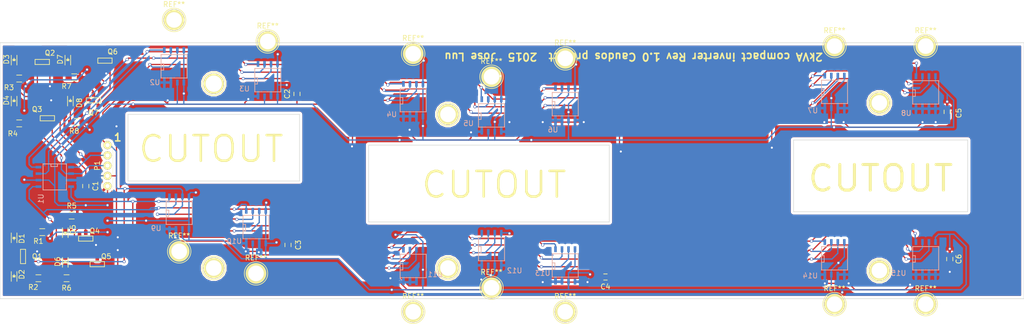
<source format=kicad_pcb>
(kicad_pcb (version 4) (host pcbnew "(2015-07-16 BZR 5955, Git 27eafcb)-product")
  (layers (0 F.Cu signal) (31 B.Cu signal) (34 B.Paste user) (35 F.Paste user) (36 B.SilkS user) (37 F.SilkS user) (38 B.Mask user) (39 F.Mask user) (44 Edge.Cuts user hide))
  (net 0 "")
  (net 1 VDD_3.3)
  (net 2 GND)
  (net 3 /SCL)
  (net 4 /SDA)
  (net 5 /SC1)
  (net 6 /SD1)
  (net 7 /SC0)
  (net 8 /SD0)
  (net 9 "Net-(D1-Pad1)")
  (net 10 "Net-(D2-Pad2)")
  (net 11 "Net-(D2-Pad1)")
  (net 12 OS)
  (net 13 "Net-(D3-Pad2)")
  (net 14 "Net-(D3-Pad1)")
  (net 15 "Net-(D4-Pad2)")
  (net 16 "Net-(D4-Pad1)")
  (net 17 "Net-(D5-Pad2)")
  (net 18 "Net-(D5-Pad1)")
  (net 19 "Net-(D6-Pad2)")
  (net 20 "Net-(D6-Pad1)")
  (net 21 "Net-(D7-Pad2)")
  (net 22 "Net-(D7-Pad1)")
  (net 23 "Net-(D8-Pad2)")
  (net 24 "Net-(D8-Pad1)")
  (module SMD_Packages:SOIC-8-N (layer B.Cu) (at 71.2 74.2 270)
    (fp_text reference U1 (at 4.3 2.7 270) (layer B.SilkS) (effects (justify mirror)))
    (fp_text value PCA9540B)
    (pad 8 smd rect (at -1.905 3.175 270) (size 0.508 1.143) (layers B.Cu B.Paste B.Mask) (net 5 /SC1))
    (pad 7 smd rect (at -0.635 3.175 270) (size 0.508 1.143) (layers B.Cu B.Paste B.Mask) (net 6 /SD1))
    (pad 6 smd rect (at 0.635 3.175 270) (size 0.508 1.143) (layers B.Cu B.Paste B.Mask) (net 2 GND))
    (pad 5 smd rect (at 1.905 3.175 270) (size 0.508 1.143) (layers B.Cu B.Paste B.Mask) (net 7 /SC0))
    (pad 4 smd rect (at 1.905 -3.175 270) (size 0.508 1.143) (layers B.Cu B.Paste B.Mask) (net 8 /SD0))
    (pad 3 smd rect (at 0.635 -3.175 270) (size 0.508 1.143) (layers B.Cu B.Paste B.Mask) (net 1 VDD_3.3))
    (pad 2 smd rect (at -0.635 -3.175 270) (size 0.508 1.143) (layers B.Cu B.Paste B.Mask) (net 4 /SDA))
    (pad 1 smd rect (at -1.905 -3.175 270) (size 0.508 1.143) (layers B.Cu B.Paste B.Mask) (net 3 /SCL))
  )
  (module SMD_Packages:SOIC-8-N (layer B.Cu) (at 94.5 52.6)
    (fp_text reference U2 (at -3.75 3.15) (layer B.SilkS) (effects (justify mirror)))
    (fp_text value LM75B)
    (pad 8 smd rect (at -1.905 3.175) (size 0.508 1.143) (layers B.Cu B.Paste B.Mask) (net 1 VDD_3.3))
    (pad 7 smd rect (at -0.635 3.175) (size 0.508 1.143) (layers B.Cu B.Paste B.Mask) (net 1 VDD_3.3))
    (pad 6 smd rect (at 0.635 3.175) (size 0.508 1.143) (layers B.Cu B.Paste B.Mask) (net 2 GND))
    (pad 5 smd rect (at 1.905 3.175) (size 0.508 1.143) (layers B.Cu B.Paste B.Mask) (net 2 GND))
    (pad 4 smd rect (at 1.905 -3.175) (size 0.508 1.143) (layers B.Cu B.Paste B.Mask) (net 2 GND))
    (pad 3 smd rect (at 0.635 -3.175) (size 0.508 1.143) (layers B.Cu B.Paste B.Mask) (net 12 OS))
    (pad 2 smd rect (at -0.635 -3.175) (size 0.508 1.143) (layers B.Cu B.Paste B.Mask) (net 5 /SC1))
    (pad 1 smd rect (at -1.905 -3.175) (size 0.508 1.143) (layers B.Cu B.Paste B.Mask) (net 6 /SD1))
  )
  (module Capacitors_SMD:C_0603 (layer F.Cu) (at 77.25 76 270)
    (fp_text reference C1 (at 0 -1.9 270) (layer F.SilkS))
    (fp_text value 100n hide)
    (pad 1 smd rect (at -0.75 0 270) (size 0.8 0.75) (layers F.Cu F.Paste F.Mask) (net 1 VDD_3.3))
    (pad 2 smd rect (at 0.75 0 270) (size 0.8 0.75) (layers F.Cu F.Paste F.Mask) (net 2 GND))
  )
  (module Capacitors_SMD:C_0603 (layer F.Cu) (at 118.5 58 90)
    (fp_text reference C2 (at 0 -1.9 90) (layer F.SilkS))
    (fp_text value 100n hide)
    (pad 1 smd rect (at -0.75 0 90) (size 0.8 0.75) (layers F.Cu F.Paste F.Mask) (net 1 VDD_3.3))
    (pad 2 smd rect (at 0.75 0 90) (size 0.8 0.75) (layers F.Cu F.Paste F.Mask) (net 2 GND))
  )
  (module Capacitors_SMD:C_0603 (layer F.Cu) (at 116.75 87.5 90)
    (fp_text reference C3 (at 0 2 90) (layer F.SilkS))
    (fp_text value 100n hide)
    (pad 1 smd rect (at -0.75 0 90) (size 0.8 0.75) (layers F.Cu F.Paste F.Mask) (net 1 VDD_3.3))
    (pad 2 smd rect (at 0.75 0 90) (size 0.8 0.75) (layers F.Cu F.Paste F.Mask) (net 2 GND))
  )
  (module Capacitors_SMD:C_0603 (layer F.Cu) (at 178.75 93.75 180)
    (fp_text reference C4 (at 0 -1.9 180) (layer F.SilkS))
    (fp_text value 100n hide)
    (pad 1 smd rect (at -0.75 0 180) (size 0.8 0.75) (layers F.Cu F.Paste F.Mask) (net 1 VDD_3.3))
    (pad 2 smd rect (at 0.75 0 180) (size 0.8 0.75) (layers F.Cu F.Paste F.Mask) (net 2 GND))
  )
  (module SMD_Packages:SOIC-8-N (layer B.Cu) (at 112.8 55.3)
    (fp_text reference U3 (at -4.55 1.7) (layer B.SilkS) (effects (justify mirror)))
    (fp_text value LM75B)
    (pad 8 smd rect (at -1.905 3.175) (size 0.508 1.143) (layers B.Cu B.Paste B.Mask) (net 1 VDD_3.3))
    (pad 7 smd rect (at -0.635 3.175) (size 0.508 1.143) (layers B.Cu B.Paste B.Mask) (net 2 GND))
    (pad 6 smd rect (at 0.635 3.175) (size 0.508 1.143) (layers B.Cu B.Paste B.Mask) (net 1 VDD_3.3))
    (pad 5 smd rect (at 1.905 3.175) (size 0.508 1.143) (layers B.Cu B.Paste B.Mask) (net 2 GND))
    (pad 4 smd rect (at 1.905 -3.175) (size 0.508 1.143) (layers B.Cu B.Paste B.Mask) (net 2 GND))
    (pad 3 smd rect (at 0.635 -3.175) (size 0.508 1.143) (layers B.Cu B.Paste B.Mask) (net 12 OS))
    (pad 2 smd rect (at -0.635 -3.175) (size 0.508 1.143) (layers B.Cu B.Paste B.Mask) (net 5 /SC1))
    (pad 1 smd rect (at -1.905 -3.175) (size 0.508 1.143) (layers B.Cu B.Paste B.Mask) (net 6 /SD1))
  )
  (module SMD_Packages:SOIC-8-N (layer B.Cu) (at 141.2 59.2)
    (fp_text reference U4 (at -4.2 2.8) (layer B.SilkS) (effects (justify mirror)))
    (fp_text value LM75B)
    (pad 8 smd rect (at -1.905 3.175) (size 0.508 1.143) (layers B.Cu B.Paste B.Mask) (net 1 VDD_3.3))
    (pad 7 smd rect (at -0.635 3.175) (size 0.508 1.143) (layers B.Cu B.Paste B.Mask) (net 1 VDD_3.3))
    (pad 6 smd rect (at 0.635 3.175) (size 0.508 1.143) (layers B.Cu B.Paste B.Mask) (net 1 VDD_3.3))
    (pad 5 smd rect (at 1.905 3.175) (size 0.508 1.143) (layers B.Cu B.Paste B.Mask) (net 2 GND))
    (pad 4 smd rect (at 1.905 -3.175) (size 0.508 1.143) (layers B.Cu B.Paste B.Mask) (net 2 GND))
    (pad 3 smd rect (at 0.635 -3.175) (size 0.508 1.143) (layers B.Cu B.Paste B.Mask) (net 12 OS))
    (pad 2 smd rect (at -0.635 -3.175) (size 0.508 1.143) (layers B.Cu B.Paste B.Mask) (net 5 /SC1))
    (pad 1 smd rect (at -1.905 -3.175) (size 0.508 1.143) (layers B.Cu B.Paste B.Mask) (net 6 /SD1))
  )
  (module SMD_Packages:SOIC-8-N (layer B.Cu) (at 156.5 62.2)
    (fp_text reference U5 (at -4.5 1.55) (layer B.SilkS) (effects (justify mirror)))
    (fp_text value LM75B)
    (pad 8 smd rect (at -1.905 3.175) (size 0.508 1.143) (layers B.Cu B.Paste B.Mask) (net 1 VDD_3.3))
    (pad 7 smd rect (at -0.635 3.175) (size 0.508 1.143) (layers B.Cu B.Paste B.Mask) (net 2 GND))
    (pad 6 smd rect (at 0.635 3.175) (size 0.508 1.143) (layers B.Cu B.Paste B.Mask) (net 2 GND))
    (pad 5 smd rect (at 1.905 3.175) (size 0.508 1.143) (layers B.Cu B.Paste B.Mask) (net 1 VDD_3.3))
    (pad 4 smd rect (at 1.905 -3.175) (size 0.508 1.143) (layers B.Cu B.Paste B.Mask) (net 2 GND))
    (pad 3 smd rect (at 0.635 -3.175) (size 0.508 1.143) (layers B.Cu B.Paste B.Mask) (net 12 OS))
    (pad 2 smd rect (at -0.635 -3.175) (size 0.508 1.143) (layers B.Cu B.Paste B.Mask) (net 5 /SC1))
    (pad 1 smd rect (at -1.905 -3.175) (size 0.508 1.143) (layers B.Cu B.Paste B.Mask) (net 6 /SD1))
  )
  (module SMD_Packages:SOIC-8-N (layer B.Cu) (at 170.9 60)
    (fp_text reference U6 (at -2.4 5) (layer B.SilkS) (effects (justify mirror)))
    (fp_text value LM75B)
    (pad 8 smd rect (at -1.905 3.175) (size 0.508 1.143) (layers B.Cu B.Paste B.Mask) (net 1 VDD_3.3))
    (pad 7 smd rect (at -0.635 3.175) (size 0.508 1.143) (layers B.Cu B.Paste B.Mask) (net 1 VDD_3.3))
    (pad 6 smd rect (at 0.635 3.175) (size 0.508 1.143) (layers B.Cu B.Paste B.Mask) (net 2 GND))
    (pad 5 smd rect (at 1.905 3.175) (size 0.508 1.143) (layers B.Cu B.Paste B.Mask) (net 1 VDD_3.3))
    (pad 4 smd rect (at 1.905 -3.175) (size 0.508 1.143) (layers B.Cu B.Paste B.Mask) (net 2 GND))
    (pad 3 smd rect (at 0.635 -3.175) (size 0.508 1.143) (layers B.Cu B.Paste B.Mask) (net 12 OS))
    (pad 2 smd rect (at -0.635 -3.175) (size 0.508 1.143) (layers B.Cu B.Paste B.Mask) (net 5 /SC1))
    (pad 1 smd rect (at -1.905 -3.175) (size 0.508 1.143) (layers B.Cu B.Paste B.Mask) (net 6 /SD1))
  )
  (module SMD_Packages:SOIC-8-N (layer B.Cu) (at 223.5 57.6)
    (fp_text reference U7 (at -4.25 3.65) (layer B.SilkS) (effects (justify mirror)))
    (fp_text value LM75B)
    (pad 8 smd rect (at -1.905 3.175) (size 0.508 1.143) (layers B.Cu B.Paste B.Mask) (net 1 VDD_3.3))
    (pad 7 smd rect (at -0.635 3.175) (size 0.508 1.143) (layers B.Cu B.Paste B.Mask) (net 2 GND))
    (pad 6 smd rect (at 0.635 3.175) (size 0.508 1.143) (layers B.Cu B.Paste B.Mask) (net 1 VDD_3.3))
    (pad 5 smd rect (at 1.905 3.175) (size 0.508 1.143) (layers B.Cu B.Paste B.Mask) (net 1 VDD_3.3))
    (pad 4 smd rect (at 1.905 -3.175) (size 0.508 1.143) (layers B.Cu B.Paste B.Mask) (net 2 GND))
    (pad 3 smd rect (at 0.635 -3.175) (size 0.508 1.143) (layers B.Cu B.Paste B.Mask) (net 12 OS))
    (pad 2 smd rect (at -0.635 -3.175) (size 0.508 1.143) (layers B.Cu B.Paste B.Mask) (net 5 /SC1))
    (pad 1 smd rect (at -1.905 -3.175) (size 0.508 1.143) (layers B.Cu B.Paste B.Mask) (net 6 /SD1))
  )
  (module SMD_Packages:SOIC-8-N (layer B.Cu) (at 241.3 57.7)
    (fp_text reference U8 (at -3.8 4.05) (layer B.SilkS) (effects (justify mirror)))
    (fp_text value LM75B)
    (pad 8 smd rect (at -1.905 3.175) (size 0.508 1.143) (layers B.Cu B.Paste B.Mask) (net 1 VDD_3.3))
    (pad 7 smd rect (at -0.635 3.175) (size 0.508 1.143) (layers B.Cu B.Paste B.Mask) (net 1 VDD_3.3))
    (pad 6 smd rect (at 0.635 3.175) (size 0.508 1.143) (layers B.Cu B.Paste B.Mask) (net 1 VDD_3.3))
    (pad 5 smd rect (at 1.905 3.175) (size 0.508 1.143) (layers B.Cu B.Paste B.Mask) (net 1 VDD_3.3))
    (pad 4 smd rect (at 1.905 -3.175) (size 0.508 1.143) (layers B.Cu B.Paste B.Mask) (net 2 GND))
    (pad 3 smd rect (at 0.635 -3.175) (size 0.508 1.143) (layers B.Cu B.Paste B.Mask) (net 12 OS))
    (pad 2 smd rect (at -0.635 -3.175) (size 0.508 1.143) (layers B.Cu B.Paste B.Mask) (net 5 /SC1))
    (pad 1 smd rect (at -1.905 -3.175) (size 0.508 1.143) (layers B.Cu B.Paste B.Mask) (net 6 /SD1))
  )
  (module Capacitors_SMD:C_0603 (layer F.Cu) (at 245.5 61.5 90)
    (fp_text reference C5 (at -0.25 2.25 90) (layer F.SilkS))
    (fp_text value 100n hide)
    (pad 1 smd rect (at -0.75 0 90) (size 0.8 0.75) (layers F.Cu F.Paste F.Mask) (net 1 VDD_3.3))
    (pad 2 smd rect (at 0.75 0 90) (size 0.8 0.75) (layers F.Cu F.Paste F.Mask) (net 2 GND))
  )
  (module Capacitors_SMD:C_0603 (layer F.Cu) (at 246 90.25 90)
    (fp_text reference C6 (at 0 1.75 90) (layer F.SilkS))
    (fp_text value 100n hide)
    (pad 1 smd rect (at -0.75 0 90) (size 0.8 0.75) (layers F.Cu F.Paste F.Mask) (net 1 VDD_3.3))
    (pad 2 smd rect (at 0.75 0 90) (size 0.8 0.75) (layers F.Cu F.Paste F.Mask) (net 2 GND))
  )
  (module SMD_Packages:SOIC-8-N (layer B.Cu) (at 95.5 81.2)
    (fp_text reference U9 (at -4.5 3.05) (layer B.SilkS) (effects (justify mirror)))
    (fp_text value LM75B)
    (pad 8 smd rect (at -1.905 3.175) (size 0.508 1.143) (layers B.Cu B.Paste B.Mask) (net 1 VDD_3.3))
    (pad 7 smd rect (at -0.635 3.175) (size 0.508 1.143) (layers B.Cu B.Paste B.Mask) (net 1 VDD_3.3))
    (pad 6 smd rect (at 0.635 3.175) (size 0.508 1.143) (layers B.Cu B.Paste B.Mask) (net 2 GND))
    (pad 5 smd rect (at 1.905 3.175) (size 0.508 1.143) (layers B.Cu B.Paste B.Mask) (net 2 GND))
    (pad 4 smd rect (at 1.905 -3.175) (size 0.508 1.143) (layers B.Cu B.Paste B.Mask) (net 2 GND))
    (pad 3 smd rect (at 0.635 -3.175) (size 0.508 1.143) (layers B.Cu B.Paste B.Mask) (net 12 OS))
    (pad 2 smd rect (at -0.635 -3.175) (size 0.508 1.143) (layers B.Cu B.Paste B.Mask) (net 7 /SC0))
    (pad 1 smd rect (at -1.905 -3.175) (size 0.508 1.143) (layers B.Cu B.Paste B.Mask) (net 8 /SD0))
  )
  (module SMD_Packages:SOIC-8-N (layer B.Cu) (at 110.5 84)
    (fp_text reference U10 (at -4.25 2.75) (layer B.SilkS) (effects (justify mirror)))
    (fp_text value LM75B)
    (pad 8 smd rect (at -1.905 3.175) (size 0.508 1.143) (layers B.Cu B.Paste B.Mask) (net 1 VDD_3.3))
    (pad 7 smd rect (at -0.635 3.175) (size 0.508 1.143) (layers B.Cu B.Paste B.Mask) (net 2 GND))
    (pad 6 smd rect (at 0.635 3.175) (size 0.508 1.143) (layers B.Cu B.Paste B.Mask) (net 1 VDD_3.3))
    (pad 5 smd rect (at 1.905 3.175) (size 0.508 1.143) (layers B.Cu B.Paste B.Mask) (net 2 GND))
    (pad 4 smd rect (at 1.905 -3.175) (size 0.508 1.143) (layers B.Cu B.Paste B.Mask) (net 2 GND))
    (pad 3 smd rect (at 0.635 -3.175) (size 0.508 1.143) (layers B.Cu B.Paste B.Mask) (net 12 OS))
    (pad 2 smd rect (at -0.635 -3.175) (size 0.508 1.143) (layers B.Cu B.Paste B.Mask) (net 7 /SC0))
    (pad 1 smd rect (at -1.905 -3.175) (size 0.508 1.143) (layers B.Cu B.Paste B.Mask) (net 8 /SD0))
  )
  (module SMD_Packages:SOIC-8-N (layer B.Cu) (at 141.2 91.6)
    (fp_text reference U11 (at 4.3 1.65) (layer B.SilkS) (effects (justify mirror)))
    (fp_text value LM75B)
    (pad 8 smd rect (at -1.905 3.175) (size 0.508 1.143) (layers B.Cu B.Paste B.Mask) (net 1 VDD_3.3))
    (pad 7 smd rect (at -0.635 3.175) (size 0.508 1.143) (layers B.Cu B.Paste B.Mask) (net 1 VDD_3.3))
    (pad 6 smd rect (at 0.635 3.175) (size 0.508 1.143) (layers B.Cu B.Paste B.Mask) (net 1 VDD_3.3))
    (pad 5 smd rect (at 1.905 3.175) (size 0.508 1.143) (layers B.Cu B.Paste B.Mask) (net 2 GND))
    (pad 4 smd rect (at 1.905 -3.175) (size 0.508 1.143) (layers B.Cu B.Paste B.Mask) (net 2 GND))
    (pad 3 smd rect (at 0.635 -3.175) (size 0.508 1.143) (layers B.Cu B.Paste B.Mask) (net 12 OS))
    (pad 2 smd rect (at -0.635 -3.175) (size 0.508 1.143) (layers B.Cu B.Paste B.Mask) (net 7 /SC0))
    (pad 1 smd rect (at -1.905 -3.175) (size 0.508 1.143) (layers B.Cu B.Paste B.Mask) (net 8 /SD0))
  )
  (module SMD_Packages:SOIC-8-N (layer B.Cu) (at 156.5 88.3)
    (fp_text reference U12 (at 4.5 4.2) (layer B.SilkS) (effects (justify mirror)))
    (fp_text value LM75B)
    (pad 8 smd rect (at -1.905 3.175) (size 0.508 1.143) (layers B.Cu B.Paste B.Mask) (net 1 VDD_3.3))
    (pad 7 smd rect (at -0.635 3.175) (size 0.508 1.143) (layers B.Cu B.Paste B.Mask) (net 2 GND))
    (pad 6 smd rect (at 0.635 3.175) (size 0.508 1.143) (layers B.Cu B.Paste B.Mask) (net 2 GND))
    (pad 5 smd rect (at 1.905 3.175) (size 0.508 1.143) (layers B.Cu B.Paste B.Mask) (net 1 VDD_3.3))
    (pad 4 smd rect (at 1.905 -3.175) (size 0.508 1.143) (layers B.Cu B.Paste B.Mask) (net 2 GND))
    (pad 3 smd rect (at 0.635 -3.175) (size 0.508 1.143) (layers B.Cu B.Paste B.Mask) (net 12 OS))
    (pad 2 smd rect (at -0.635 -3.175) (size 0.508 1.143) (layers B.Cu B.Paste B.Mask) (net 7 /SC0))
    (pad 1 smd rect (at -1.905 -3.175) (size 0.508 1.143) (layers B.Cu B.Paste B.Mask) (net 8 /SD0))
  )
  (module SMD_Packages:SOIC-8-N (layer B.Cu) (at 170.9 91.5)
    (fp_text reference U13 (at -4.4 1.5) (layer B.SilkS) (effects (justify mirror)))
    (fp_text value LM75B)
    (pad 8 smd rect (at -1.905 3.175) (size 0.508 1.143) (layers B.Cu B.Paste B.Mask) (net 1 VDD_3.3))
    (pad 7 smd rect (at -0.635 3.175) (size 0.508 1.143) (layers B.Cu B.Paste B.Mask) (net 1 VDD_3.3))
    (pad 6 smd rect (at 0.635 3.175) (size 0.508 1.143) (layers B.Cu B.Paste B.Mask) (net 2 GND))
    (pad 5 smd rect (at 1.905 3.175) (size 0.508 1.143) (layers B.Cu B.Paste B.Mask) (net 1 VDD_3.3))
    (pad 4 smd rect (at 1.905 -3.175) (size 0.508 1.143) (layers B.Cu B.Paste B.Mask) (net 2 GND))
    (pad 3 smd rect (at 0.635 -3.175) (size 0.508 1.143) (layers B.Cu B.Paste B.Mask) (net 12 OS))
    (pad 2 smd rect (at -0.635 -3.175) (size 0.508 1.143) (layers B.Cu B.Paste B.Mask) (net 7 /SC0))
    (pad 1 smd rect (at -1.905 -3.175) (size 0.508 1.143) (layers B.Cu B.Paste B.Mask) (net 8 /SD0))
  )
  (module SMD_Packages:SOIC-8-N (layer B.Cu) (at 223.5 90.1)
    (fp_text reference U14 (at -4.75 3.4) (layer B.SilkS) (effects (justify mirror)))
    (fp_text value LM75B)
    (pad 8 smd rect (at -1.905 3.175) (size 0.508 1.143) (layers B.Cu B.Paste B.Mask) (net 1 VDD_3.3))
    (pad 7 smd rect (at -0.635 3.175) (size 0.508 1.143) (layers B.Cu B.Paste B.Mask) (net 2 GND))
    (pad 6 smd rect (at 0.635 3.175) (size 0.508 1.143) (layers B.Cu B.Paste B.Mask) (net 1 VDD_3.3))
    (pad 5 smd rect (at 1.905 3.175) (size 0.508 1.143) (layers B.Cu B.Paste B.Mask) (net 1 VDD_3.3))
    (pad 4 smd rect (at 1.905 -3.175) (size 0.508 1.143) (layers B.Cu B.Paste B.Mask) (net 2 GND))
    (pad 3 smd rect (at 0.635 -3.175) (size 0.508 1.143) (layers B.Cu B.Paste B.Mask) (net 12 OS))
    (pad 2 smd rect (at -0.635 -3.175) (size 0.508 1.143) (layers B.Cu B.Paste B.Mask) (net 7 /SC0))
    (pad 1 smd rect (at -1.905 -3.175) (size 0.508 1.143) (layers B.Cu B.Paste B.Mask) (net 8 /SD0))
  )
  (module SMD_Packages:SOIC-8-N (layer B.Cu) (at 241.3 90.1)
    (fp_text reference U15 (at -5.3 2.9) (layer B.SilkS) (effects (justify mirror)))
    (fp_text value LM75B)
    (pad 8 smd rect (at -1.905 3.175) (size 0.508 1.143) (layers B.Cu B.Paste B.Mask) (net 1 VDD_3.3))
    (pad 7 smd rect (at -0.635 3.175) (size 0.508 1.143) (layers B.Cu B.Paste B.Mask) (net 1 VDD_3.3))
    (pad 6 smd rect (at 0.635 3.175) (size 0.508 1.143) (layers B.Cu B.Paste B.Mask) (net 1 VDD_3.3))
    (pad 5 smd rect (at 1.905 3.175) (size 0.508 1.143) (layers B.Cu B.Paste B.Mask) (net 1 VDD_3.3))
    (pad 4 smd rect (at 1.905 -3.175) (size 0.508 1.143) (layers B.Cu B.Paste B.Mask) (net 2 GND))
    (pad 3 smd rect (at 0.635 -3.175) (size 0.508 1.143) (layers B.Cu B.Paste B.Mask) (net 12 OS))
    (pad 2 smd rect (at -0.635 -3.175) (size 0.508 1.143) (layers B.Cu B.Paste B.Mask) (net 7 /SC0))
    (pad 1 smd rect (at -1.905 -3.175) (size 0.508 1.143) (layers B.Cu B.Paste B.Mask) (net 8 /SD0))
  )
  (module inverter:pin_1x5_metric (layer F.Cu) (at 81.5 72 270)
    (fp_text reference P1 (at 0 2 270) (layer F.SilkS))
    (fp_text value CONN_01X05 hide)
    (pad 1 thru_hole circle (at -4 0 270) (size 1.6 1.6) (drill 0.8) (layers *.Cu *.Mask F.SilkS) (net 12 OS))
    (pad 2 thru_hole circle (at -2 0 270) (size 1.6 1.6) (drill 0.8) (layers *.Cu *.Mask F.SilkS) (net 3 /SCL))
    (pad 3 thru_hole circle (at 0 0 270) (size 1.6 1.6) (drill 0.8) (layers *.Cu *.Mask F.SilkS) (net 4 /SDA))
    (pad 4 thru_hole circle (at 2 0 270) (size 1.6 1.6) (drill 0.8) (layers *.Cu *.Mask F.SilkS) (net 1 VDD_3.3))
    (pad 5 thru_hole circle (at 4 0 270) (size 1.6 1.6) (drill 0.8) (layers *.Cu *.Mask F.SilkS) (net 2 GND))
  )
  (module LEDs:LED-0603 (layer F.Cu) (at 63.25 86.25 270)
    (fp_text reference D1 (at 0 -1.5 270) (layer F.SilkS))
    (fp_text value LED hide)
    (pad 2 smd rect (at 0.7493 0 90) (size 0.79756 0.79756) (layers F.Cu F.Paste F.Mask) (net 1 VDD_3.3))
    (pad 1 smd rect (at -0.7493 0 90) (size 0.79756 0.79756) (layers F.Cu F.Paste F.Mask) (net 9 "Net-(D1-Pad1)"))
  )
  (module LEDs:LED-0603 (layer F.Cu) (at 63.25 93.5 90)
    (fp_text reference D2 (at 0.25 1.5 90) (layer F.SilkS))
    (fp_text value LED hide)
    (pad 2 smd rect (at 0.7493 0 270) (size 0.79756 0.79756) (layers F.Cu F.Paste F.Mask) (net 10 "Net-(D2-Pad2)"))
    (pad 1 smd rect (at -0.7493 0 270) (size 0.79756 0.79756) (layers F.Cu F.Paste F.Mask) (net 11 "Net-(D2-Pad1)"))
  )
  (module Resistors_SMD:R_0603 (layer F.Cu) (at 68.75 85)
    (fp_text reference R1 (at -0.75 1.75) (layer F.SilkS))
    (fp_text value 510 hide)
    (pad 1 smd rect (at -0.75 0) (size 0.5 0.9) (layers F.Cu F.Paste F.Mask) (net 9 "Net-(D1-Pad1)"))
    (pad 2 smd rect (at 0.75 0) (size 0.5 0.9) (layers F.Cu F.Paste F.Mask) (net 2 GND))
  )
  (module Resistors_SMD:R_0603_HandSoldering (layer F.Cu) (at 68 94)
    (fp_text reference R2 (at -1 1.75) (layer F.SilkS))
    (fp_text value 510 hide)
    (pad 1 smd rect (at -1.1 0) (size 1.2 0.9) (layers F.Cu F.Paste F.Mask) (net 11 "Net-(D2-Pad1)"))
    (pad 2 smd rect (at 1.1 0) (size 1.2 0.9) (layers F.Cu F.Paste F.Mask) (net 2 GND))
  )
  (module inverter:SOT-23 (layer F.Cu) (at 65 89.75 90)
    (fp_text reference Q1 (at 0 2.75 180) (layer F.SilkS))
    (fp_text value CJ2305 hide)
    (pad 1 smd rect (at -0.95 1.2 90) (size 0.7 1) (layers F.Cu F.Paste F.Mask) (net 12 OS))
    (pad 3 smd rect (at 0.95 1.2 90) (size 0.7 1) (layers F.Cu F.Paste F.Mask) (net 1 VDD_3.3))
    (pad 2 smd rect (at 0 -1.2 90) (size 0.7 1) (layers F.Cu F.Paste F.Mask) (net 10 "Net-(D2-Pad2)"))
  )
  (module LEDs:LED-0603 (layer F.Cu) (at 63.25 51.25 90)
    (fp_text reference D3 (at 0 -1.5 90) (layer F.SilkS))
    (fp_text value LED hide)
    (pad 2 smd rect (at 0.7493 0 270) (size 0.79756 0.79756) (layers F.Cu F.Paste F.Mask) (net 13 "Net-(D3-Pad2)"))
    (pad 1 smd rect (at -0.7493 0 270) (size 0.79756 0.79756) (layers F.Cu F.Paste F.Mask) (net 14 "Net-(D3-Pad1)"))
  )
  (module LEDs:LED-0603 (layer F.Cu) (at 63.25 59.25 90)
    (fp_text reference D4 (at 0 -1.5 90) (layer F.SilkS))
    (fp_text value LED hide)
    (pad 2 smd rect (at 0.7493 0 270) (size 0.79756 0.79756) (layers F.Cu F.Paste F.Mask) (net 15 "Net-(D4-Pad2)"))
    (pad 1 smd rect (at -0.7493 0 270) (size 0.79756 0.79756) (layers F.Cu F.Paste F.Mask) (net 16 "Net-(D4-Pad1)"))
  )
  (module LEDs:LED-0603 (layer F.Cu) (at 73.25 85.25 270)
    (fp_text reference D5 (at -0.75 -1.5 270) (layer F.SilkS))
    (fp_text value LED hide)
    (pad 2 smd rect (at 0.7493 0 90) (size 0.79756 0.79756) (layers F.Cu F.Paste F.Mask) (net 17 "Net-(D5-Pad2)"))
    (pad 1 smd rect (at -0.7493 0 90) (size 0.79756 0.79756) (layers F.Cu F.Paste F.Mask) (net 18 "Net-(D5-Pad1)"))
  )
  (module LEDs:LED-0603 (layer F.Cu) (at 73.25 90.75 90)
    (fp_text reference D6 (at 0 -1.5 90) (layer F.SilkS))
    (fp_text value LED hide)
    (pad 2 smd rect (at 0.7493 0 270) (size 0.79756 0.79756) (layers F.Cu F.Paste F.Mask) (net 19 "Net-(D6-Pad2)"))
    (pad 1 smd rect (at -0.7493 0 270) (size 0.79756 0.79756) (layers F.Cu F.Paste F.Mask) (net 20 "Net-(D6-Pad1)"))
  )
  (module LEDs:LED-0603 (layer F.Cu) (at 73.75 51.25 90)
    (fp_text reference D7 (at 0 -1.5 90) (layer F.SilkS))
    (fp_text value LED hide)
    (pad 2 smd rect (at 0.7493 0 270) (size 0.79756 0.79756) (layers F.Cu F.Paste F.Mask) (net 21 "Net-(D7-Pad2)"))
    (pad 1 smd rect (at -0.7493 0 270) (size 0.79756 0.79756) (layers F.Cu F.Paste F.Mask) (net 22 "Net-(D7-Pad1)"))
  )
  (module LEDs:LED-0603 (layer F.Cu) (at 74.25 59.25 90)
    (fp_text reference D8 (at -0.5 1.75 270) (layer F.SilkS))
    (fp_text value LED hide)
    (pad 2 smd rect (at 0.7493 0 270) (size 0.79756 0.79756) (layers F.Cu F.Paste F.Mask) (net 23 "Net-(D8-Pad2)"))
    (pad 1 smd rect (at -0.7493 0 270) (size 0.79756 0.79756) (layers F.Cu F.Paste F.Mask) (net 24 "Net-(D8-Pad1)"))
  )
  (module inverter:SOT-23 (layer F.Cu) (at 68.75 51.75)
    (fp_text reference Q2 (at 1.5 -1.75) (layer F.SilkS))
    (fp_text value CJ2305 hide)
    (pad 1 smd rect (at -0.95 1.2) (size 0.7 1) (layers F.Cu F.Paste F.Mask) (net 3 /SCL))
    (pad 3 smd rect (at 0.95 1.2) (size 0.7 1) (layers F.Cu F.Paste F.Mask) (net 1 VDD_3.3))
    (pad 2 smd rect (at 0 -1.2) (size 0.7 1) (layers F.Cu F.Paste F.Mask) (net 13 "Net-(D3-Pad2)"))
  )
  (module inverter:SOT-23 (layer F.Cu) (at 69.75 62.75)
    (fp_text reference Q3 (at -2 -1.75) (layer F.SilkS))
    (fp_text value CJ2305 hide)
    (pad 1 smd rect (at -0.95 1.2) (size 0.7 1) (layers F.Cu F.Paste F.Mask) (net 4 /SDA))
    (pad 3 smd rect (at 0.95 1.2) (size 0.7 1) (layers F.Cu F.Paste F.Mask) (net 1 VDD_3.3))
    (pad 2 smd rect (at 0 -1.2) (size 0.7 1) (layers F.Cu F.Paste F.Mask) (net 15 "Net-(D4-Pad2)"))
  )
  (module inverter:SOT-23 (layer F.Cu) (at 77.25 86.25)
    (fp_text reference Q4 (at 1.75 -1.5) (layer F.SilkS))
    (fp_text value CJ2305 hide)
    (pad 1 smd rect (at -0.95 1.2) (size 0.7 1) (layers F.Cu F.Paste F.Mask) (net 7 /SC0))
    (pad 3 smd rect (at 0.95 1.2) (size 0.7 1) (layers F.Cu F.Paste F.Mask) (net 1 VDD_3.3))
    (pad 2 smd rect (at 0 -1.2) (size 0.7 1) (layers F.Cu F.Paste F.Mask) (net 17 "Net-(D5-Pad2)"))
  )
  (module inverter:SOT-23 (layer F.Cu) (at 79.5 91.25)
    (fp_text reference Q5 (at 1.75 -1.5) (layer F.SilkS))
    (fp_text value CJ2305 hide)
    (pad 1 smd rect (at -0.95 1.2) (size 0.7 1) (layers F.Cu F.Paste F.Mask) (net 8 /SD0))
    (pad 3 smd rect (at 0.95 1.2) (size 0.7 1) (layers F.Cu F.Paste F.Mask) (net 1 VDD_3.3))
    (pad 2 smd rect (at 0 -1.2) (size 0.7 1) (layers F.Cu F.Paste F.Mask) (net 19 "Net-(D6-Pad2)"))
  )
  (module inverter:SOT-23 (layer F.Cu) (at 81 51.5)
    (fp_text reference Q6 (at 1.5 -1.75) (layer F.SilkS))
    (fp_text value CJ2305 hide)
    (pad 1 smd rect (at -0.95 1.2) (size 0.7 1) (layers F.Cu F.Paste F.Mask) (net 5 /SC1))
    (pad 3 smd rect (at 0.95 1.2) (size 0.7 1) (layers F.Cu F.Paste F.Mask) (net 1 VDD_3.3))
    (pad 2 smd rect (at 0 -1.2) (size 0.7 1) (layers F.Cu F.Paste F.Mask) (net 21 "Net-(D7-Pad2)"))
  )
  (module inverter:SOT-23 (layer F.Cu) (at 78.75 59.25)
    (fp_text reference Q7 (at 0 2.4) (layer F.SilkS))
    (fp_text value CJ2305 hide)
    (pad 1 smd rect (at -0.95 1.2) (size 0.7 1) (layers F.Cu F.Paste F.Mask) (net 6 /SD1))
    (pad 3 smd rect (at 0.95 1.2) (size 0.7 1) (layers F.Cu F.Paste F.Mask) (net 1 VDD_3.3))
    (pad 2 smd rect (at 0 -1.2) (size 0.7 1) (layers F.Cu F.Paste F.Mask) (net 23 "Net-(D8-Pad2)"))
  )
  (module Resistors_SMD:R_0603_HandSoldering (layer F.Cu) (at 64.25 55)
    (fp_text reference R3 (at -2 1.75) (layer F.SilkS))
    (fp_text value 510 hide)
    (pad 1 smd rect (at -1.1 0) (size 1.2 0.9) (layers F.Cu F.Paste F.Mask) (net 14 "Net-(D3-Pad1)"))
    (pad 2 smd rect (at 1.1 0) (size 1.2 0.9) (layers F.Cu F.Paste F.Mask) (net 2 GND))
  )
  (module Resistors_SMD:R_0603_HandSoldering (layer F.Cu) (at 64.25 63.75)
    (fp_text reference R4 (at -1.25 2) (layer F.SilkS))
    (fp_text value 510 hide)
    (pad 1 smd rect (at -1.1 0) (size 1.2 0.9) (layers F.Cu F.Paste F.Mask) (net 16 "Net-(D4-Pad1)"))
    (pad 2 smd rect (at 1.1 0) (size 1.2 0.9) (layers F.Cu F.Paste F.Mask) (net 2 GND))
  )
  (module Resistors_SMD:R_0603_HandSoldering (layer F.Cu) (at 74.5 81.75)
    (fp_text reference R5 (at 0 -1.9) (layer F.SilkS))
    (fp_text value 510 hide)
    (pad 1 smd rect (at -1.1 0) (size 1.2 0.9) (layers F.Cu F.Paste F.Mask) (net 18 "Net-(D5-Pad1)"))
    (pad 2 smd rect (at 1.1 0) (size 1.2 0.9) (layers F.Cu F.Paste F.Mask) (net 2 GND))
  )
  (module Resistors_SMD:R_0603_HandSoldering (layer F.Cu) (at 73.5 94 180)
    (fp_text reference R6 (at 0 -1.9 180) (layer F.SilkS))
    (fp_text value 510 hide)
    (pad 1 smd rect (at -1.1 0 180) (size 1.2 0.9) (layers F.Cu F.Paste F.Mask) (net 20 "Net-(D6-Pad1)"))
    (pad 2 smd rect (at 1.1 0 180) (size 1.2 0.9) (layers F.Cu F.Paste F.Mask) (net 2 GND))
  )
  (module Resistors_SMD:R_0603_HandSoldering (layer F.Cu) (at 75 54.75)
    (fp_text reference R7 (at -1.5 1.75) (layer F.SilkS))
    (fp_text value 510 hide)
    (pad 1 smd rect (at -1.1 0) (size 1.2 0.9) (layers F.Cu F.Paste F.Mask) (net 22 "Net-(D7-Pad1)"))
    (pad 2 smd rect (at 1.1 0) (size 1.2 0.9) (layers F.Cu F.Paste F.Mask) (net 2 GND))
  )
  (module Resistors_SMD:R_0603_HandSoldering (layer F.Cu) (at 75.5 63.5)
    (fp_text reference R8 (at -0.5 1.75) (layer F.SilkS))
    (fp_text value 510 hide)
    (pad 1 smd rect (at -1.1 0) (size 1.2 0.9) (layers F.Cu F.Paste F.Mask) (net 24 "Net-(D8-Pad1)"))
    (pad 2 smd rect (at 1.1 0) (size 1.2 0.9) (layers F.Cu F.Paste F.Mask) (net 2 GND))
  )
  (module Connect:1pin (layer F.Cu) (at 102.25 56)
    (fp_text reference REF** hide)
    (fp_text value 1pin hide)
    (pad 1 thru_hole circle (at 0 0) (size 4 4) (drill 3.2) (layers *.Cu *.Mask F.SilkS))
  )
  (module Connect:1pin (layer F.Cu) (at 102.25 92)
    (fp_text reference REF** hide)
    (fp_text value 1pin hide)
    (pad 1 thru_hole circle (at 0 0) (size 4.064 4.064) (drill 3.048) (layers *.Cu *.Mask F.SilkS))
  )
  (module Connect:1pin (layer F.Cu) (at 148 92)
    (fp_text reference REF** hide)
    (fp_text value 1pin hide)
    (pad 1 thru_hole circle (at 0 0) (size 4.064 4.064) (drill 3.048) (layers *.Cu *.Mask F.SilkS))
  )
  (module Connect:1pin (layer F.Cu) (at 232.25 92.5)
    (fp_text reference REF** hide)
    (fp_text value 1pin hide)
    (pad 1 thru_hole circle (at 0 0) (size 4.064 4.064) (drill 3.048) (layers *.Cu *.Mask F.SilkS))
  )
  (module Connect:1pin (layer F.Cu) (at 232.25 59.75)
    (fp_text reference REF** hide)
    (fp_text value 1pin hide)
    (pad 1 thru_hole circle (at 0 0) (size 4.064 4.064) (drill 3.048) (layers *.Cu *.Mask F.SilkS))
  )
  (module Connect:1pin (layer F.Cu) (at 148 62)
    (fp_text reference REF** hide)
    (fp_text value 1pin hide)
    (pad 1 thru_hole circle (at 0 0) (size 4.064 4.064) (drill 3.048) (layers *.Cu *.Mask F.SilkS))
  )
  (module Connect:1pin (layer F.Cu) (at 110.5 93.05)
    (fp_text reference REF** (at 0 -3.048) (layer F.SilkS))
    (fp_text value 1pin)
    (pad 1 thru_hole circle (at 0 0) (size 4.064 4.064) (drill 3.048) (layers *.Cu *.Mask F.SilkS))
  )
  (module Connect:1pin (layer F.Cu) (at 94.5 43.55)
    (fp_text reference REF** (at 0 -3.048) (layer F.SilkS))
    (fp_text value 1pin)
    (pad 1 thru_hole circle (at 0 0) (size 4.064 4.064) (drill 3.048) (layers *.Cu *.Mask F.SilkS))
  )
  (module Connect:1pin (layer F.Cu) (at 141.2 100.55)
    (fp_text reference REF** (at 0 -3.048) (layer F.SilkS))
    (fp_text value 1pin)
    (pad 1 thru_hole circle (at 0 0) (size 4.064 4.064) (drill 3.048) (layers *.Cu *.Mask F.SilkS))
  )
  (module Connect:1pin (layer F.Cu) (at 141.2 50.15)
    (fp_text reference REF** (at 0 -3.048) (layer F.SilkS))
    (fp_text value 1pin)
    (pad 1 thru_hole circle (at 0 0) (size 4.064 4.064) (drill 3.048) (layers *.Cu *.Mask F.SilkS))
  )
  (module Connect:1pin (layer F.Cu) (at 170.9 100.55)
    (fp_text reference REF** (at 0 -3.048) (layer F.SilkS))
    (fp_text value 1pin)
    (pad 1 thru_hole circle (at 0 0) (size 4.064 4.064) (drill 3.048) (layers *.Cu *.Mask F.SilkS))
  )
  (module Connect:1pin (layer F.Cu) (at 170.9 51.05)
    (fp_text reference REF** (at 0 -3.048) (layer F.SilkS))
    (fp_text value 1pin)
    (pad 1 thru_hole circle (at 0 0) (size 4.064 4.064) (drill 3.048) (layers *.Cu *.Mask F.SilkS))
  )
  (module Connect:1pin (layer F.Cu) (at 223.5 48.65)
    (fp_text reference REF** (at 0 -3.048) (layer F.SilkS))
    (fp_text value 1pin)
    (pad 1 thru_hole circle (at 0 0) (size 4.064 4.064) (drill 3.048) (layers *.Cu *.Mask F.SilkS))
  )
  (module Connect:1pin (layer F.Cu) (at 223.5 99.05)
    (fp_text reference REF** (at 0 -3.048) (layer F.SilkS))
    (fp_text value 1pin)
    (pad 1 thru_hole circle (at 0 0) (size 4.064 4.064) (drill 3.048) (layers *.Cu *.Mask F.SilkS))
  )
  (module Connect:1pin (layer F.Cu) (at 241.3 48.65)
    (fp_text reference REF** (at 0 -3.048) (layer F.SilkS))
    (fp_text value 1pin)
    (pad 1 thru_hole circle (at 0 0) (size 4.064 4.064) (drill 3.048) (layers *.Cu *.Mask F.SilkS))
  )
  (module Connect:1pin (layer F.Cu) (at 241.3 99.05)
    (fp_text reference REF** (at 0 -3.048) (layer F.SilkS))
    (fp_text value 1pin)
    (pad 1 thru_hole circle (at 0 0) (size 4.064 4.064) (drill 3.048) (layers *.Cu *.Mask F.SilkS))
  )
  (module Connect:1pin (layer F.Cu) (at 95.5 88.75)
    (fp_text reference REF** (at 0 -3.048) (layer F.SilkS))
    (fp_text value 1pin)
    (pad 1 thru_hole circle (at 0 0) (size 4.064 4.064) (drill 3.048) (layers *.Cu *.Mask F.SilkS))
  )
  (module Connect:1pin (layer F.Cu) (at 112.8 47.75)
    (fp_text reference REF** (at 0 -3.048) (layer F.SilkS))
    (fp_text value 1pin)
    (pad 1 thru_hole circle (at 0 0) (size 4.064 4.064) (drill 3.048) (layers *.Cu *.Mask F.SilkS))
  )
  (module Connect:1pin (layer F.Cu) (at 156.5 95.85)
    (fp_text reference REF** (at 0 -3.048) (layer F.SilkS))
    (fp_text value 1pin)
    (pad 1 thru_hole circle (at 0 0) (size 4.064 4.064) (drill 3.048) (layers *.Cu *.Mask F.SilkS))
  )
  (module Connect:1pin (layer F.Cu) (at 156.5 54.65)
    (fp_text reference REF** (at 0 -3.048) (layer F.SilkS))
    (fp_text value 1pin)
    (pad 1 thru_hole circle (at 0 0) (size 4.064 4.064) (drill 3.048) (layers *.Cu *.Mask F.SilkS))
  )
  (gr_text 1 (at 83.5 66.5) (layer F.SilkS) (effects (font (size 1.5 1.5) (thickness 0.3))))
  (gr_text "2kVA compact inverter Rev 1.0 Caudos project  2015  Jose Luu" (at 184.25 50.75 180) (layer F.SilkS) (effects (font (size 1.5 1.5) (thickness 0.3))))
  (gr_line (start 260.5 48) (end 260.5 98) (angle 90) (layer Edge.Cuts) (width 0.1))
  (gr_line (start 60.5 48) (end 60.5 98) (angle 90) (layer Edge.Cuts) (width 0.1))
  (gr_line (start 60.5 98) (end 260.5 98) (layer Edge.Cuts) (width 0.1))
  (gr_line (start 60.5 48) (end 260.5 48) (layer Edge.Cuts) (width 0.1))
  (gr_text CUTOUT (at 232.5 74.5) (layer F.SilkS) (effects (font (size 5 5) (thickness 0.6))))
  (gr_text "CUTOUT\n" (at 157 75.75) (layer F.SilkS) (effects (font (size 5 5) (thickness 0.5))))
  (gr_line (start 215.5 81) (end 215.5 67) (layer Edge.Cuts) (width 0.1))
  (gr_line (start 249.5 81) (end 215.5 81) (layer Edge.Cuts) (width 0.1))
  (gr_line (start 249.5 67) (end 249.5 81) (layer Edge.Cuts) (width 0.1))
  (gr_line (start 215.5 67) (end 249.5 67) (layer Edge.Cuts) (width 0.1))
  (gr_line (start 132.5 83) (end 132.5 68) (layer Edge.Cuts) (width 0.1))
  (gr_line (start 179.5 83) (end 132.5 83) (layer Edge.Cuts) (width 0.1))
  (gr_line (start 179.5 68) (end 179.5 83) (layer Edge.Cuts) (width 0.1))
  (gr_line (start 132.5 68) (end 179.5 68) (layer Edge.Cuts) (width 0.1))
  (gr_text "CUTOUT\n" (at 101.75 68.75) (layer F.SilkS) (effects (font (size 5 5) (thickness 0.5))))
  (gr_line (start 85.5 75) (end 85.5 62) (layer Edge.Cuts) (width 0.1))
  (gr_line (start 119 75) (end 85.5 75) (layer Edge.Cuts) (width 0.1))
  (gr_line (start 119 62) (end 119 75) (layer Edge.Cuts) (width 0.1))
  (gr_line (start 85.5 62) (end 119 62) (layer Edge.Cuts) (width 0.1))
  (segment (start 211.232899 63.5) (end 221.504613 63.5) (width 0.25) (layer F.Cu) (net 1))
  (segment (start 181.496876 63.5) (end 211.232899 63.5) (width 0.25) (layer F.Cu) (net 1))
  (segment (start 211.232899 63.5) (end 211.232899 68.482899) (width 0.25) (layer F.Cu) (net 1))
  (via (at 211.25 68.5) (size 0.6) (drill 0.4) (layers F.Cu B.Cu) (net 1))
  (segment (start 211.232899 68.482899) (end 211.25 68.5) (width 0.25) (layer F.Cu) (net 1))
  (segment (start 174.517038 63.5) (end 181.496876 63.5) (width 0.25) (layer F.Cu) (net 1))
  (segment (start 181.496876 63.5) (end 181.496876 68.996876) (width 0.25) (layer F.Cu) (net 1))
  (segment (start 181.496876 68.996876) (end 181.75 69.25) (width 0.25) (layer F.Cu) (net 1))
  (via (at 181.75 69.25) (size 0.6) (drill 0.4) (layers F.Cu B.Cu) (net 1))
  (segment (start 129.346552 65.75) (end 140.5044 65.75) (width 0.25) (layer F.Cu) (net 1))
  (segment (start 128.5 65.75) (end 129.346552 65.75) (width 0.25) (layer F.Cu) (net 1))
  (segment (start 129.346552 65.75) (end 129.346552 68.153448) (width 0.25) (layer F.Cu) (net 1))
  (segment (start 129.346552 68.153448) (end 129.25 68.25) (width 0.25) (layer F.Cu) (net 1))
  (via (at 129.25 68.25) (size 0.6) (drill 0.4) (layers F.Cu B.Cu) (net 1))
  (segment (start 83.25 64.326879) (end 83.25 62) (width 0.25) (layer F.Cu) (net 1))
  (segment (start 83.25 62) (end 86 59.25) (width 0.25) (layer F.Cu) (net 1))
  (segment (start 86 59.25) (end 92.511132 59.25) (width 0.25) (layer F.Cu) (net 1))
  (segment (start 92.511132 59.25) (end 93.261132 60) (width 0.25) (layer F.Cu) (net 1))
  (segment (start 83.25 73.956011) (end 83.25 64.326879) (width 0.25) (layer F.Cu) (net 1))
  (via (at 83.25 64.326879) (size 0.6) (drill 0.4) (layers F.Cu B.Cu) (net 1))
  (via (at 72.5 68) (size 0.6) (drill 0.4) (layers F.Cu B.Cu) (net 1))
  (via (at 71.25 66.75) (size 0.6) (drill 0.4) (layers F.Cu B.Cu) (net 1))
  (via (at 238.25 95.25) (size 0.6) (drill 0.4) (layers F.Cu B.Cu) (net 1))
  (segment (start 238.25 95.25) (end 237.25 96.25) (width 0.25) (layer F.Cu) (net 1))
  (segment (start 237.25 96.25) (end 227.5 96.25) (width 0.25) (layer F.Cu) (net 1))
  (segment (start 227.5 96.25) (end 226.25 95) (width 0.25) (layer F.Cu) (net 1))
  (segment (start 238.25 95.25) (end 238.5 95) (width 0.25) (layer B.Cu) (net 1))
  (segment (start 238.5 95) (end 242.934578 95) (width 0.25) (layer B.Cu) (net 1))
  (segment (start 141.7544 67) (end 152.076025 67) (width 0.25) (layer F.Cu) (net 1))
  (segment (start 152.076025 67) (end 161.25 67) (width 0.25) (layer F.Cu) (net 1))
  (segment (start 152.5 65.5) (end 152.5 66.576025) (width 0.25) (layer F.Cu) (net 1))
  (segment (start 152.5 66.576025) (end 152.076025 67) (width 0.25) (layer F.Cu) (net 1))
  (segment (start 140.5044 65.75) (end 141.7544 67) (width 0.25) (layer F.Cu) (net 1))
  (segment (start 161.25 67) (end 162.286622 65.963378) (width 0.25) (layer F.Cu) (net 1))
  (segment (start 225.272607 63.5) (end 226.272607 64.5) (width 0.25) (layer F.Cu) (net 1))
  (segment (start 226.272607 64.5) (end 239.675739 64.5) (width 0.25) (layer F.Cu) (net 1))
  (segment (start 239.675739 64.5) (end 240.675739 63.5) (width 0.25) (layer F.Cu) (net 1))
  (segment (start 154.5 94.25) (end 154.5 96.25) (width 0.25) (layer F.Cu) (net 1))
  (segment (start 154.5 96.25) (end 140.033458 96.25) (width 0.25) (layer F.Cu) (net 1))
  (segment (start 140.033458 96.25) (end 137.783458 94) (width 0.25) (layer F.Cu) (net 1))
  (segment (start 94.75 86) (end 95.5 86.75) (width 0.25) (layer F.Cu) (net 1))
  (segment (start 95.5 86.75) (end 106 86.75) (width 0.25) (layer F.Cu) (net 1))
  (segment (start 106 86.75) (end 108 88.75) (width 0.25) (layer F.Cu) (net 1))
  (segment (start 108 88.75) (end 108.5 88.75) (width 0.25) (layer F.Cu) (net 1))
  (via (at 94.75 86) (size 0.6) (drill 0.4) (layers F.Cu B.Cu) (net 1))
  (segment (start 94.75 86) (end 94.774095 86) (width 0.25) (layer B.Cu) (net 1))
  (segment (start 94.774095 86) (end 94.865 86.090905) (width 0.25) (layer B.Cu) (net 1))
  (segment (start 110.888034 88.75) (end 111.044625 88.906591) (width 0.25) (layer F.Cu) (net 1))
  (segment (start 111.044625 88.906591) (end 111.57256 89.434526) (width 0.25) (layer F.Cu) (net 1))
  (segment (start 111.135 87.175) (end 111.135 88.816216) (width 0.25) (layer B.Cu) (net 1))
  (segment (start 111.135 88.816216) (end 111.044625 88.906591) (width 0.25) (layer B.Cu) (net 1))
  (via (at 111.044625 88.906591) (size 0.6) (drill 0.4) (layers F.Cu B.Cu) (net 1))
  (segment (start 111.5 89.361966) (end 111.57256 89.434526) (width 0.25) (layer F.Cu) (net 1))
  (segment (start 108.5 88.75) (end 110.888034 88.75) (width 0.25) (layer F.Cu) (net 1))
  (segment (start 116.755573 89.434526) (end 111.57256 89.434526) (width 0.25) (layer F.Cu) (net 1))
  (via (at 108.5 88.75) (size 0.6) (drill 0.4) (layers F.Cu B.Cu) (net 1))
  (segment (start 108.5 88.75) (end 108.595 88.655) (width 0.25) (layer B.Cu) (net 1))
  (segment (start 108.595 88.655) (end 108.595 87.175) (width 0.25) (layer B.Cu) (net 1))
  (segment (start 222.25 95) (end 221.595556 95) (width 0.25) (layer F.Cu) (net 1))
  (segment (start 221.595556 95) (end 181.953085 95) (width 0.25) (layer F.Cu) (net 1))
  (via (at 221.595556 95) (size 0.6) (drill 0.4) (layers F.Cu B.Cu) (net 1))
  (segment (start 221.595 93.275) (end 221.595 94.999444) (width 0.25) (layer B.Cu) (net 1))
  (segment (start 221.595 94.999444) (end 221.595556 95) (width 0.25) (layer B.Cu) (net 1))
  (segment (start 141.835 94.775) (end 140.565 94.775) (width 0.25) (layer B.Cu) (net 1))
  (segment (start 164.75 63.5) (end 162.286622 65.963378) (width 0.25) (layer F.Cu) (net 1))
  (segment (start 160 63.5) (end 160 63.676756) (width 0.25) (layer F.Cu) (net 1))
  (segment (start 160 63.676756) (end 162.286622 65.963378) (width 0.25) (layer F.Cu) (net 1))
  (segment (start 158.405 64.345) (end 159.25 63.5) (width 0.25) (layer B.Cu) (net 1))
  (segment (start 159.25 63.5) (end 160 63.5) (width 0.25) (layer B.Cu) (net 1))
  (via (at 160 63.5) (size 0.6) (drill 0.4) (layers F.Cu B.Cu) (net 1))
  (segment (start 158.405 65.375) (end 158.405 64.345) (width 0.25) (layer B.Cu) (net 1))
  (segment (start 226.25 95) (end 222.25 95) (width 0.25) (layer F.Cu) (net 1))
  (segment (start 226.25 95) (end 226 94.75) (width 0.25) (layer B.Cu) (net 1))
  (segment (start 226 94.75) (end 224.59559 94.75) (width 0.25) (layer B.Cu) (net 1))
  (segment (start 224.59559 94.75) (end 224.560362 94.714772) (width 0.25) (layer B.Cu) (net 1))
  (segment (start 224.560362 94.714772) (end 224.135 94.28941) (width 0.25) (layer B.Cu) (net 1))
  (segment (start 225.405 94.345) (end 225.035228 94.714772) (width 0.25) (layer B.Cu) (net 1))
  (segment (start 225.035228 94.714772) (end 224.560362 94.714772) (width 0.25) (layer B.Cu) (net 1))
  (segment (start 225.405 93.275) (end 225.405 94.345) (width 0.25) (layer B.Cu) (net 1))
  (segment (start 224.135 94.28941) (end 224.135 93.275) (width 0.25) (layer B.Cu) (net 1))
  (segment (start 225.5 93.37) (end 225.405 93.275) (width 0.25) (layer B.Cu) (net 1))
  (via (at 226.25 95) (size 0.6) (drill 0.4) (layers F.Cu B.Cu) (net 1))
  (segment (start 108.33314 60) (end 118.565838 60) (width 0.25) (layer F.Cu) (net 1))
  (segment (start 118.565838 60) (end 122.75 60) (width 0.25) (layer F.Cu) (net 1))
  (segment (start 118.5 58.75) (end 118.5 59.934162) (width 0.25) (layer F.Cu) (net 1))
  (segment (start 118.5 59.934162) (end 118.565838 60) (width 0.25) (layer F.Cu) (net 1))
  (segment (start 245.5 62.25) (end 245.5 63.213678) (width 0.25) (layer F.Cu) (net 1))
  (segment (start 245.5 63.213678) (end 245.213678 63.5) (width 0.25) (layer F.Cu) (net 1))
  (segment (start 245.213678 63.5) (end 243.25 63.5) (width 0.25) (layer F.Cu) (net 1))
  (segment (start 242.934578 95) (end 243.141772 95) (width 0.25) (layer B.Cu) (net 1))
  (segment (start 246 93.5) (end 244.5 95) (width 0.25) (layer B.Cu) (net 1))
  (segment (start 244.5 95) (end 242.934578 95) (width 0.25) (layer B.Cu) (net 1))
  (segment (start 246 92.75) (end 246 93.5) (width 0.25) (layer B.Cu) (net 1))
  (segment (start 246 91) (end 246 92.75) (width 0.25) (layer F.Cu) (net 1))
  (via (at 246 92.75) (size 0.6) (drill 0.4) (layers F.Cu B.Cu) (net 1))
  (segment (start 181.953085 95) (end 175.5 95) (width 0.25) (layer F.Cu) (net 1))
  (segment (start 179.5 93.75) (end 181.75 93.75) (width 0.25) (layer F.Cu) (net 1))
  (segment (start 181.75 93.75) (end 181.953085 93.953085) (width 0.25) (layer F.Cu) (net 1))
  (segment (start 181.953085 93.953085) (end 181.953085 95) (width 0.25) (layer F.Cu) (net 1))
  (segment (start 126.834526 89.434526) (end 116.755573 89.434526) (width 0.25) (layer F.Cu) (net 1))
  (segment (start 116.75 88.25) (end 116.75 89.428953) (width 0.25) (layer F.Cu) (net 1))
  (segment (start 116.75 89.428953) (end 116.755573 89.434526) (width 0.25) (layer F.Cu) (net 1))
  (segment (start 79.7 60.45) (end 79.7 59.3) (width 0.25) (layer F.Cu) (net 1))
  (segment (start 79.7 59.3) (end 82 57) (width 0.25) (layer F.Cu) (net 1))
  (segment (start 82 57) (end 82 56.25) (width 0.25) (layer F.Cu) (net 1))
  (segment (start 82 56.25) (end 82 53.931645) (width 0.25) (layer F.Cu) (net 1))
  (segment (start 70.25 56.5) (end 70.25 56.883246) (width 0.25) (layer B.Cu) (net 1))
  (segment (start 70.25 56.883246) (end 70.25 59) (width 0.25) (layer B.Cu) (net 1))
  (segment (start 81.25 54) (end 78.366754 56.883246) (width 0.25) (layer B.Cu) (net 1))
  (segment (start 78.366754 56.883246) (end 70.25 56.883246) (width 0.25) (layer B.Cu) (net 1))
  (segment (start 82 53.931645) (end 82 52.75) (width 0.25) (layer F.Cu) (net 1))
  (segment (start 82 53.931645) (end 81.318355 53.931645) (width 0.25) (layer F.Cu) (net 1))
  (segment (start 81.318355 53.931645) (end 81.25 54) (width 0.25) (layer F.Cu) (net 1))
  (via (at 81.25 54) (size 0.6) (drill 0.4) (layers F.Cu B.Cu) (net 1))
  (segment (start 82 52.75) (end 81.95 52.7) (width 0.25) (layer F.Cu) (net 1))
  (via (at 70.25 56.5) (size 0.6) (drill 0.4) (layers F.Cu B.Cu) (net 1))
  (segment (start 70.25 59) (end 70.5 59.25) (width 0.25) (layer B.Cu) (net 1))
  (segment (start 70.25 56.5) (end 70.25 53.5) (width 0.25) (layer F.Cu) (net 1))
  (segment (start 70.25 53.5) (end 69.7 52.95) (width 0.25) (layer F.Cu) (net 1))
  (segment (start 70.7 63.95) (end 70.7 59.45) (width 0.25) (layer F.Cu) (net 1))
  (segment (start 70.7 59.45) (end 70.5 59.25) (width 0.25) (layer F.Cu) (net 1))
  (via (at 70.5 59.25) (size 0.6) (drill 0.4) (layers F.Cu B.Cu) (net 1))
  (segment (start 77.25 72.75) (end 72.5 68) (width 0.25) (layer F.Cu) (net 1))
  (segment (start 72.5 68) (end 71.25 66.75) (width 0.25) (layer F.Cu) (net 1))
  (segment (start 71.25 66.75) (end 70.7 66.2) (width 0.25) (layer F.Cu) (net 1))
  (segment (start 70.7 66.2) (end 70.7 63.95) (width 0.25) (layer F.Cu) (net 1))
  (segment (start 77.25 75.25) (end 77.25 72.75) (width 0.25) (layer F.Cu) (net 1))
  (segment (start 68 88.5) (end 79.203777 88.5) (width 0.25) (layer B.Cu) (net 1))
  (segment (start 79.203777 88.5) (end 83.5 88.5) (width 0.25) (layer B.Cu) (net 1))
  (segment (start 79.25 87.5) (end 79.203777 87.546223) (width 0.25) (layer B.Cu) (net 1))
  (segment (start 79.203777 87.546223) (end 79.203777 88.5) (width 0.25) (layer B.Cu) (net 1))
  (segment (start 78.2 87.45) (end 79.2 87.45) (width 0.25) (layer F.Cu) (net 1))
  (segment (start 79.2 87.45) (end 79.25 87.5) (width 0.25) (layer F.Cu) (net 1))
  (via (at 79.25 87.5) (size 0.6) (drill 0.4) (layers F.Cu B.Cu) (net 1))
  (segment (start 83.5 87.979864) (end 83.5 86.692828) (width 0.25) (layer F.Cu) (net 1))
  (segment (start 83.5 86.692828) (end 83.5 86) (width 0.25) (layer F.Cu) (net 1))
  (segment (start 83.5 88.5) (end 83.5 87.979864) (width 0.25) (layer F.Cu) (net 1))
  (segment (start 82.95 92.45) (end 83.5 91.9) (width 0.25) (layer F.Cu) (net 1))
  (segment (start 83.5 91.9) (end 83.5 87.979864) (width 0.25) (layer F.Cu) (net 1))
  (segment (start 80.45 92.45) (end 82.95 92.45) (width 0.25) (layer F.Cu) (net 1))
  (segment (start 67.75 88.75) (end 68 88.5) (width 0.25) (layer B.Cu) (net 1))
  (via (at 83.5 88.5) (size 0.6) (drill 0.4) (layers F.Cu B.Cu) (net 1))
  (segment (start 66.2 88.8) (end 67.7 88.8) (width 0.25) (layer F.Cu) (net 1))
  (segment (start 67.7 88.8) (end 67.75 88.75) (width 0.25) (layer F.Cu) (net 1))
  (via (at 67.75 88.75) (size 0.6) (drill 0.4) (layers F.Cu B.Cu) (net 1))
  (segment (start 63.25 88) (end 65.4 88) (width 0.25) (layer F.Cu) (net 1))
  (segment (start 65.4 88) (end 66.2 88.8) (width 0.25) (layer F.Cu) (net 1))
  (segment (start 63.25 86.9993) (end 63.25 88) (width 0.25) (layer F.Cu) (net 1))
  (segment (start 83.25 78.65) (end 83.25 78.150318) (width 0.25) (layer F.Cu) (net 1))
  (segment (start 83.25 78.150318) (end 83.25 73.956011) (width 0.25) (layer F.Cu) (net 1))
  (segment (start 83.5 86) (end 83.25 85.75) (width 0.25) (layer F.Cu) (net 1))
  (segment (start 83.25 85.75) (end 83.25 78.150318) (width 0.25) (layer F.Cu) (net 1))
  (segment (start 94.388949 86.090905) (end 94.090905 86.090905) (width 0.25) (layer B.Cu) (net 1))
  (segment (start 94.865 86.090905) (end 94.388949 86.090905) (width 0.25) (layer B.Cu) (net 1))
  (segment (start 94.388949 86.090905) (end 83.590905 86.090905) (width 0.25) (layer B.Cu) (net 1))
  (segment (start 83.590905 86.090905) (end 83.5 86) (width 0.25) (layer B.Cu) (net 1))
  (via (at 83.5 86) (size 0.6) (drill 0.4) (layers F.Cu B.Cu) (net 1))
  (segment (start 81.5 74) (end 83.206011 74) (width 0.25) (layer F.Cu) (net 1))
  (segment (start 83.206011 74) (end 83.25 73.956011) (width 0.25) (layer F.Cu) (net 1))
  (segment (start 77.25 75.25) (end 77.25 74.25) (width 0.25) (layer F.Cu) (net 1))
  (segment (start 77.25 74.25) (end 77.5 74) (width 0.25) (layer F.Cu) (net 1))
  (segment (start 77.5 74) (end 81.5 74) (width 0.25) (layer F.Cu) (net 1))
  (segment (start 81.5 74) (end 78.2 74) (width 0.25) (layer B.Cu) (net 1))
  (segment (start 78.2 74) (end 77.365 74.835) (width 0.25) (layer B.Cu) (net 1))
  (segment (start 77.365 74.835) (end 74.375 74.835) (width 0.25) (layer B.Cu) (net 1))
  (segment (start 175.5 95) (end 175.25 94.75) (width 0.25) (layer F.Cu) (net 1))
  (segment (start 243.141772 95) (end 243.205 94.936772) (width 0.25) (layer B.Cu) (net 1))
  (segment (start 171.30344 94.75) (end 171 94.75) (width 0.25) (layer F.Cu) (net 1))
  (segment (start 175.25 94.75) (end 171.30344 94.75) (width 0.25) (layer F.Cu) (net 1))
  (segment (start 168.75 94.75) (end 168.542315 94.75) (width 0.25) (layer F.Cu) (net 1))
  (segment (start 168.542315 94.75) (end 166.858753 94.75) (width 0.25) (layer F.Cu) (net 1))
  (segment (start 171.30344 94.75) (end 168.542315 94.75) (width 0.25) (layer F.Cu) (net 1))
  (via (at 175.25 94.75) (size 0.6) (drill 0.4) (layers F.Cu B.Cu) (net 1))
  (segment (start 175.25 94.75) (end 172.88 94.75) (width 0.25) (layer B.Cu) (net 1))
  (segment (start 172.88 94.75) (end 172.805 94.675) (width 0.25) (layer B.Cu) (net 1))
  (segment (start 170.265 94.675) (end 168.995 94.675) (width 0.25) (layer B.Cu) (net 1))
  (via (at 166.5 94.75) (size 0.6) (drill 0.4) (layers F.Cu B.Cu) (net 1))
  (segment (start 166.5 94.75) (end 166.858753 94.75) (width 0.25) (layer F.Cu) (net 1))
  (segment (start 166.5 94.75) (end 168.92 94.75) (width 0.25) (layer B.Cu) (net 1))
  (segment (start 168.92 94.75) (end 168.995 94.675) (width 0.25) (layer B.Cu) (net 1))
  (segment (start 158 94.75) (end 166.858753 94.75) (width 0.25) (layer F.Cu) (net 1))
  (via (at 158 94.75) (size 0.6) (drill 0.4) (layers F.Cu B.Cu) (net 1))
  (segment (start 158 94.75) (end 158.405 94.345) (width 0.25) (layer B.Cu) (net 1))
  (segment (start 158.405 94.345) (end 158.405 91.475) (width 0.25) (layer B.Cu) (net 1))
  (segment (start 158 94.75) (end 155 94.75) (width 0.25) (layer F.Cu) (net 1))
  (segment (start 155 94.75) (end 154.5 94.25) (width 0.25) (layer F.Cu) (net 1))
  (via (at 154.5 94.25) (size 0.6) (drill 0.4) (layers F.Cu B.Cu) (net 1))
  (segment (start 154.5 94.25) (end 154.595 94.155) (width 0.25) (layer B.Cu) (net 1))
  (segment (start 154.595 94.155) (end 154.595 91.475) (width 0.25) (layer B.Cu) (net 1))
  (segment (start 139.295 94.775) (end 139.14742 94.775) (width 0.25) (layer B.Cu) (net 1))
  (segment (start 139.14742 94.775) (end 138.37242 94) (width 0.25) (layer B.Cu) (net 1))
  (segment (start 140.565 94.775) (end 139.295 94.775) (width 0.25) (layer B.Cu) (net 1))
  (segment (start 137.783458 94) (end 131.4 94) (width 0.25) (layer F.Cu) (net 1))
  (segment (start 131.4 94) (end 126.834526 89.434526) (width 0.25) (layer F.Cu) (net 1))
  (via (at 136.75 94) (size 0.6) (drill 0.4) (layers F.Cu B.Cu) (net 1))
  (segment (start 136.75 94) (end 138.37242 94) (width 0.25) (layer B.Cu) (net 1))
  (segment (start 136.75 94) (end 137.783458 94) (width 0.25) (layer F.Cu) (net 1))
  (segment (start 94.090905 86.090905) (end 93.595 85.595) (width 0.25) (layer B.Cu) (net 1))
  (segment (start 93.595 85.595) (end 93.595 84.375) (width 0.25) (layer B.Cu) (net 1))
  (segment (start 94.865 86.090905) (end 94.865 84.375) (width 0.25) (layer B.Cu) (net 1))
  (segment (start 166.5 63.5) (end 174.517038 63.5) (width 0.25) (layer F.Cu) (net 1))
  (segment (start 172.805 63.175) (end 174.192038 63.175) (width 0.25) (layer B.Cu) (net 1))
  (segment (start 174.192038 63.175) (end 174.517038 63.5) (width 0.25) (layer B.Cu) (net 1))
  (via (at 174.517038 63.5) (size 0.6) (drill 0.4) (layers F.Cu B.Cu) (net 1))
  (segment (start 241.935 60.875) (end 241.935 62.065) (width 0.25) (layer B.Cu) (net 1))
  (segment (start 241.935 62.065) (end 241.5 62.5) (width 0.25) (layer B.Cu) (net 1))
  (segment (start 241.5 62.5) (end 240.618231 62.5) (width 0.25) (layer B.Cu) (net 1))
  (segment (start 240.618231 62.5) (end 240.618231 63.442492) (width 0.25) (layer B.Cu) (net 1))
  (segment (start 240.675739 63.5) (end 243.25 63.5) (width 0.25) (layer F.Cu) (net 1))
  (via (at 240.675739 63.5) (size 0.6) (drill 0.4) (layers F.Cu B.Cu) (net 1))
  (segment (start 240.618231 63.442492) (end 240.675739 63.5) (width 0.25) (layer B.Cu) (net 1))
  (segment (start 239.75 62.5) (end 240.618231 62.5) (width 0.25) (layer B.Cu) (net 1))
  (segment (start 240.665 60.875) (end 240.665 62.453231) (width 0.25) (layer B.Cu) (net 1))
  (segment (start 240.665 62.453231) (end 240.618231 62.5) (width 0.25) (layer B.Cu) (net 1))
  (segment (start 239.395 62.145) (end 239.75 62.5) (width 0.25) (layer B.Cu) (net 1))
  (segment (start 239.395 60.875) (end 239.395 62.145) (width 0.25) (layer B.Cu) (net 1))
  (segment (start 221.504613 63.5) (end 225.272607 63.5) (width 0.25) (layer F.Cu) (net 1))
  (segment (start 221.595 60.775) (end 221.595 63.409613) (width 0.25) (layer B.Cu) (net 1))
  (segment (start 221.595 63.409613) (end 221.504613 63.5) (width 0.25) (layer B.Cu) (net 1))
  (via (at 221.504613 63.5) (size 0.6) (drill 0.4) (layers F.Cu B.Cu) (net 1))
  (segment (start 225.25 62.5) (end 225.25 63.477393) (width 0.25) (layer B.Cu) (net 1))
  (segment (start 225.25 63.477393) (end 225.272607 63.5) (width 0.25) (layer B.Cu) (net 1))
  (via (at 225.272607 63.5) (size 0.6) (drill 0.4) (layers F.Cu B.Cu) (net 1))
  (segment (start 225.25 62.5) (end 225.405 62.345) (width 0.25) (layer B.Cu) (net 1))
  (segment (start 225.405 62.345) (end 225.405 60.775) (width 0.25) (layer B.Cu) (net 1))
  (segment (start 224.5 62.5) (end 225.25 62.5) (width 0.25) (layer B.Cu) (net 1))
  (segment (start 224.135 62.135) (end 224.5 62.5) (width 0.25) (layer B.Cu) (net 1))
  (segment (start 224.135 60.775) (end 224.135 62.135) (width 0.25) (layer B.Cu) (net 1))
  (via (at 166.5 63.5) (size 0.6) (drill 0.4) (layers F.Cu B.Cu) (net 1))
  (segment (start 166.5 63.5) (end 168 65) (width 0.25) (layer B.Cu) (net 1))
  (segment (start 168 65) (end 169.578045 65) (width 0.25) (layer B.Cu) (net 1))
  (segment (start 166.5 63.5) (end 164.75 63.5) (width 0.25) (layer F.Cu) (net 1))
  (segment (start 169.578045 65) (end 169.25 65) (width 0.25) (layer B.Cu) (net 1))
  (segment (start 170 65) (end 169.578045 65) (width 0.25) (layer B.Cu) (net 1))
  (segment (start 169.25 65) (end 168.995 64.745) (width 0.25) (layer B.Cu) (net 1))
  (segment (start 168.995 64.745) (end 168.995 63.175) (width 0.25) (layer B.Cu) (net 1))
  (segment (start 170.265 64.735) (end 170 65) (width 0.25) (layer B.Cu) (net 1))
  (segment (start 170.265 63.175) (end 170.265 64.735) (width 0.25) (layer B.Cu) (net 1))
  (segment (start 140.5 65) (end 141 65) (width 0.25) (layer B.Cu) (net 1))
  (segment (start 141 65) (end 141.835 64.165) (width 0.25) (layer B.Cu) (net 1))
  (segment (start 141.835 64.165) (end 141.835 62.375) (width 0.25) (layer B.Cu) (net 1))
  (segment (start 140.5 65) (end 140 65) (width 0.25) (layer B.Cu) (net 1))
  (segment (start 140 65) (end 139.295 64.295) (width 0.25) (layer B.Cu) (net 1))
  (segment (start 139.295 64.295) (end 139.295 62.375) (width 0.25) (layer B.Cu) (net 1))
  (segment (start 140.5 65) (end 140.565 64.935) (width 0.25) (layer B.Cu) (net 1))
  (segment (start 140.565 64.935) (end 140.565 62.375) (width 0.25) (layer B.Cu) (net 1))
  (segment (start 140.5044 65.75) (end 140.5044 65.0044) (width 0.25) (layer F.Cu) (net 1))
  (segment (start 140.5044 65.0044) (end 140.5 65) (width 0.25) (layer F.Cu) (net 1))
  (via (at 140.5 65) (size 0.6) (drill 0.4) (layers F.Cu B.Cu) (net 1))
  (segment (start 154.595 65.375) (end 152.625 65.375) (width 0.25) (layer B.Cu) (net 1))
  (segment (start 152.625 65.375) (end 152.5 65.5) (width 0.25) (layer B.Cu) (net 1))
  (via (at 152.5 65.5) (size 0.6) (drill 0.4) (layers F.Cu B.Cu) (net 1))
  (segment (start 113.25 56.75) (end 113.435 56.935) (width 0.25) (layer B.Cu) (net 1))
  (segment (start 113.435 56.935) (end 113.435 58.475) (width 0.25) (layer B.Cu) (net 1))
  (segment (start 111 56.75) (end 113.25 56.75) (width 0.25) (layer B.Cu) (net 1))
  (segment (start 110.895 56.855) (end 111 56.75) (width 0.25) (layer B.Cu) (net 1))
  (segment (start 110.895 58.475) (end 110.895 56.855) (width 0.25) (layer B.Cu) (net 1))
  (segment (start 109 59) (end 109.525 58.475) (width 0.25) (layer B.Cu) (net 1))
  (segment (start 109.525 58.475) (end 110.895 58.475) (width 0.25) (layer B.Cu) (net 1))
  (segment (start 93.261132 60) (end 108.33314 60) (width 0.25) (layer F.Cu) (net 1))
  (segment (start 108.33314 60) (end 108.33314 59.66686) (width 0.25) (layer F.Cu) (net 1))
  (segment (start 108.33314 59.66686) (end 109 59) (width 0.25) (layer F.Cu) (net 1))
  (via (at 109 59) (size 0.6) (drill 0.4) (layers F.Cu B.Cu) (net 1))
  (segment (start 93.25 59.25) (end 92.595 58.595) (width 0.25) (layer B.Cu) (net 1))
  (segment (start 92.595 58.595) (end 92.595 55.775) (width 0.25) (layer B.Cu) (net 1))
  (segment (start 93.25 59.25) (end 93.865 58.635) (width 0.25) (layer B.Cu) (net 1))
  (segment (start 93.865 58.635) (end 93.865 55.775) (width 0.25) (layer B.Cu) (net 1))
  (segment (start 93.261132 60) (end 93.261132 59.261132) (width 0.25) (layer F.Cu) (net 1))
  (segment (start 93.261132 59.261132) (end 93.25 59.25) (width 0.25) (layer F.Cu) (net 1))
  (via (at 93.25 59.25) (size 0.6) (drill 0.4) (layers F.Cu B.Cu) (net 1))
  (segment (start 243.25 63.5) (end 243.25 60.92) (width 0.25) (layer B.Cu) (net 1))
  (segment (start 243.25 60.92) (end 243.205 60.875) (width 0.25) (layer B.Cu) (net 1))
  (via (at 243.25 63.5) (size 0.6) (drill 0.4) (layers F.Cu B.Cu) (net 1))
  (segment (start 122.75 60) (end 128.5 65.75) (width 0.25) (layer F.Cu) (net 1))
  (segment (start 239.686772 94.936772) (end 239.395 94.645) (width 0.25) (layer B.Cu) (net 1))
  (segment (start 239.395 94.645) (end 239.395 93.275) (width 0.25) (layer B.Cu) (net 1))
  (segment (start 241.171012 94.936772) (end 240.936772 94.936772) (width 0.25) (layer B.Cu) (net 1))
  (segment (start 241.992235 94.936772) (end 241.171012 94.936772) (width 0.25) (layer B.Cu) (net 1))
  (segment (start 241.171012 94.936772) (end 239.686772 94.936772) (width 0.25) (layer B.Cu) (net 1))
  (segment (start 243.205 94.936772) (end 241.992235 94.936772) (width 0.25) (layer B.Cu) (net 1))
  (segment (start 241.935 93.275) (end 241.935 94.879537) (width 0.25) (layer B.Cu) (net 1))
  (segment (start 241.935 94.879537) (end 241.992235 94.936772) (width 0.25) (layer B.Cu) (net 1))
  (segment (start 240.936772 94.936772) (end 240.665 94.665) (width 0.25) (layer B.Cu) (net 1))
  (segment (start 240.665 94.665) (end 240.665 93.275) (width 0.25) (layer B.Cu) (net 1))
  (segment (start 243.205 94.936772) (end 243.205 93.275) (width 0.25) (layer B.Cu) (net 1))
  (segment (start 115.061265 60) (end 114.693907 60) (width 0.25) (layer B.Cu) (net 2))
  (segment (start 114.693907 60) (end 112.135063 60) (width 0.25) (layer B.Cu) (net 2))
  (segment (start 114.705 58.475) (end 114.705 59.988907) (width 0.25) (layer B.Cu) (net 2))
  (segment (start 114.705 59.988907) (end 114.693907 60) (width 0.25) (layer B.Cu) (net 2))
  (segment (start 112.135063 60) (end 111.311672 60) (width 0.25) (layer B.Cu) (net 2))
  (segment (start 112.165 58.475) (end 112.165 59.970063) (width 0.25) (layer B.Cu) (net 2))
  (segment (start 112.165 59.970063) (end 112.135063 60) (width 0.25) (layer B.Cu) (net 2))
  (segment (start 96.5 60) (end 111.311672 60) (width 0.25) (layer B.Cu) (net 2))
  (segment (start 111.311672 60) (end 111.463683 60) (width 0.25) (layer B.Cu) (net 2))
  (segment (start 115.061265 60) (end 121.5 60) (width 0.25) (layer B.Cu) (net 2))
  (segment (start 121.5 60) (end 128.5 67) (width 0.25) (layer B.Cu) (net 2))
  (segment (start 128.5 67) (end 138.553621 67) (width 0.25) (layer B.Cu) (net 2))
  (segment (start 112.165 58.475) (end 112.25 58.56) (width 0.25) (layer B.Cu) (net 2))
  (segment (start 95 60) (end 96.5 60) (width 0.25) (layer B.Cu) (net 2))
  (segment (start 96.5 60) (end 96.405 59.905) (width 0.25) (layer B.Cu) (net 2))
  (segment (start 96.405 59.905) (end 96.405 57.91962) (width 0.25) (layer B.Cu) (net 2))
  (segment (start 86.5 60) (end 95 60) (width 0.25) (layer B.Cu) (net 2))
  (segment (start 95 60) (end 95.135 59.865) (width 0.25) (layer B.Cu) (net 2))
  (segment (start 95.135 59.865) (end 95.135 55.775) (width 0.25) (layer B.Cu) (net 2))
  (segment (start 86.5 60) (end 81.75 60) (width 0.25) (layer B.Cu) (net 2))
  (segment (start 81.75 60) (end 77.589925 64.160075) (width 0.25) (layer B.Cu) (net 2))
  (via (at 86.5 60) (size 0.6) (drill 0.4) (layers F.Cu B.Cu) (net 2))
  (segment (start 137.011548 96.25) (end 143 96.25) (width 0.25) (layer B.Cu) (net 2))
  (segment (start 132.65 96.25) (end 137.011548 96.25) (width 0.25) (layer B.Cu) (net 2))
  (via (at 137.011548 96.25) (size 0.6) (drill 0.4) (layers F.Cu B.Cu) (net 2))
  (segment (start 97.405 78.025) (end 97.405 77.595) (width 0.25) (layer B.Cu) (net 2))
  (segment (start 97.405 77.595) (end 97.75 77.25) (width 0.25) (layer B.Cu) (net 2))
  (segment (start 97.75 77.25) (end 98.75 77.25) (width 0.25) (layer B.Cu) (net 2))
  (via (at 98.75 77.25) (size 0.6) (drill 0.4) (layers F.Cu B.Cu) (net 2))
  (segment (start 112.405 80.825) (end 112.405 79.345) (width 0.25) (layer B.Cu) (net 2))
  (segment (start 112.405 79.345) (end 112.5 79.25) (width 0.25) (layer B.Cu) (net 2))
  (via (at 112.5 79.25) (size 0.6) (drill 0.4) (layers F.Cu B.Cu) (net 2))
  (segment (start 164.271892 67) (end 171.569914 67) (width 0.25) (layer B.Cu) (net 2))
  (segment (start 157.129241 67) (end 164.271892 67) (width 0.25) (layer B.Cu) (net 2))
  (via (at 164.271892 67) (size 0.6) (drill 0.4) (layers F.Cu B.Cu) (net 2))
  (segment (start 138.553621 67) (end 143.122466 67) (width 0.25) (layer B.Cu) (net 2))
  (via (at 138.553621 67) (size 0.6) (drill 0.4) (layers F.Cu B.Cu) (net 2))
  (via (at 114.75 50.25) (size 0.6) (drill 0.4) (layers F.Cu B.Cu) (net 2))
  (segment (start 114.75 50.25) (end 114.705 50.295) (width 0.25) (layer B.Cu) (net 2))
  (segment (start 114.705 50.295) (end 114.705 52.125) (width 0.25) (layer B.Cu) (net 2))
  (segment (start 158.405 85.125) (end 159.875 85.125) (width 0.25) (layer B.Cu) (net 2))
  (segment (start 159.875 85.125) (end 160 85.25) (width 0.25) (layer B.Cu) (net 2))
  (via (at 160 85.25) (size 0.6) (drill 0.4) (layers F.Cu B.Cu) (net 2))
  (segment (start 143.105 86.855) (end 141.75 85.5) (width 0.25) (layer B.Cu) (net 2))
  (via (at 137.75 85.5) (size 0.6) (drill 0.4) (layers F.Cu B.Cu) (net 2))
  (segment (start 141.75 85.5) (end 137.75 85.5) (width 0.25) (layer B.Cu) (net 2))
  (segment (start 143.105 88.425) (end 143.105 86.855) (width 0.25) (layer B.Cu) (net 2))
  (segment (start 172.805 56.825) (end 172.805 52.445) (width 0.25) (layer B.Cu) (net 2))
  (segment (start 172.805 52.445) (end 173 52.25) (width 0.25) (layer B.Cu) (net 2))
  (via (at 173 52.25) (size 0.6) (drill 0.4) (layers F.Cu B.Cu) (net 2))
  (segment (start 143.105 56.025) (end 143.105 51.645) (width 0.25) (layer B.Cu) (net 2))
  (segment (start 143.105 51.645) (end 143.25 51.5) (width 0.25) (layer B.Cu) (net 2))
  (via (at 143.25 51.5) (size 0.6) (drill 0.4) (layers F.Cu B.Cu) (net 2))
  (segment (start 158.405 59.025) (end 158.405 54.655) (width 0.25) (layer B.Cu) (net 2))
  (segment (start 158.405 54.655) (end 158.25 54.5) (width 0.25) (layer B.Cu) (net 2))
  (via (at 158.25 54.5) (size 0.6) (drill 0.4) (layers F.Cu B.Cu) (net 2))
  (segment (start 223.398045 64.5) (end 246.75 64.5) (width 0.25) (layer B.Cu) (net 2))
  (segment (start 222.885676 64.5) (end 223.398045 64.5) (width 0.25) (layer B.Cu) (net 2))
  (via (at 223.398045 64.5) (size 0.6) (drill 0.4) (layers F.Cu B.Cu) (net 2))
  (segment (start 222.865 58.8137) (end 222.865 60.775) (width 0.25) (layer B.Cu) (net 2))
  (segment (start 222.865 57.885) (end 222.865 58.8137) (width 0.25) (layer B.Cu) (net 2))
  (via (at 222.865 58.8137) (size 0.6) (drill 0.4) (layers F.Cu B.Cu) (net 2))
  (segment (start 171.535 66.32956) (end 171.535 66.965086) (width 0.25) (layer B.Cu) (net 2))
  (segment (start 171.535 63.175) (end 171.535 66.32956) (width 0.25) (layer B.Cu) (net 2))
  (segment (start 171.535 61.55182) (end 171.535 63.175) (width 0.25) (layer B.Cu) (net 2))
  (segment (start 171.535 59.965) (end 171.535 61.55182) (width 0.25) (layer B.Cu) (net 2))
  (via (at 171.535 61.55182) (size 0.6) (drill 0.4) (layers F.Cu B.Cu) (net 2))
  (segment (start 157.135 63.45174) (end 157.135 65.375) (width 0.25) (layer B.Cu) (net 2))
  (segment (start 157.135 62.865) (end 157.135 63.45174) (width 0.25) (layer B.Cu) (net 2))
  (via (at 157.135 63.45174) (size 0.6) (drill 0.4) (layers F.Cu B.Cu) (net 2))
  (segment (start 143.105 64.262) (end 143.105 66.982534) (width 0.25) (layer B.Cu) (net 2))
  (segment (start 143.105 62.375) (end 143.105 64.262) (width 0.25) (layer B.Cu) (net 2))
  (via (at 143.105 64.262) (size 0.6) (drill 0.4) (layers F.Cu B.Cu) (net 2))
  (segment (start 96.405 55.775) (end 96.405 57.91962) (width 0.25) (layer B.Cu) (net 2))
  (via (at 96.405 57.91962) (size 0.6) (drill 0.4) (layers F.Cu B.Cu) (net 2))
  (via (at 156.353835 93.4) (size 0.6) (drill 0.4) (layers F.Cu B.Cu) (net 2))
  (segment (start 143.105 92.33408) (end 143.105 94.775) (width 0.25) (layer B.Cu) (net 2))
  (segment (start 143.105 88.425) (end 143.105 92.33408) (width 0.25) (layer B.Cu) (net 2))
  (via (at 143.105 92.33408) (size 0.6) (drill 0.4) (layers F.Cu B.Cu) (net 2))
  (segment (start 89.03208 82.75) (end 97.405 82.75) (width 0.25) (layer B.Cu) (net 2))
  (segment (start 81.5 82.75) (end 89.03208 82.75) (width 0.25) (layer B.Cu) (net 2))
  (via (at 89.03208 82.75) (size 0.6) (drill 0.4) (layers F.Cu B.Cu) (net 2))
  (segment (start 97.405 82.5) (end 97.405 82.75) (width 0.25) (layer B.Cu) (net 2))
  (via (at 224.25 91) (size 0.6) (drill 0.4) (layers F.Cu B.Cu) (net 2))
  (segment (start 225 96.25) (end 225 96.75) (width 0.25) (layer B.Cu) (net 2))
  (via (at 225 96.75) (size 0.6) (drill 0.4) (layers F.Cu B.Cu) (net 2))
  (segment (start 97.405 86.562678) (end 104.062678 86.562678) (width 0.25) (layer B.Cu) (net 2))
  (segment (start 104.062678 86.562678) (end 107.7 90.2) (width 0.25) (layer B.Cu) (net 2))
  (segment (start 107.7 90.2) (end 109.855288 90.2) (width 0.25) (layer B.Cu) (net 2))
  (segment (start 172.805 88.325) (end 172.805 91.677323) (width 0.25) (layer B.Cu) (net 2))
  (segment (start 172.805 91.677323) (end 171.535 92.947323) (width 0.25) (layer B.Cu) (net 2))
  (segment (start 158.405 85.125) (end 158.405 87.595) (width 0.25) (layer B.Cu) (net 2))
  (segment (start 158.405 87.595) (end 157.135 88.865) (width 0.25) (layer B.Cu) (net 2))
  (segment (start 157.135 88.865) (end 157.135 91.475) (width 0.25) (layer B.Cu) (net 2))
  (segment (start 143.086995 96.25) (end 156.43825 96.25) (width 0.25) (layer B.Cu) (net 2))
  (segment (start 156.43825 96.25) (end 157 96.25) (width 0.25) (layer B.Cu) (net 2))
  (segment (start 156.353835 93.4) (end 156.353835 96.165585) (width 0.25) (layer B.Cu) (net 2))
  (segment (start 156.353835 96.165585) (end 156.43825 96.25) (width 0.25) (layer B.Cu) (net 2))
  (segment (start 71.2 77.071166) (end 71.2 77.8) (width 0.25) (layer B.Cu) (net 2))
  (segment (start 71.2 76.173053) (end 71.2 77.071166) (width 0.25) (layer B.Cu) (net 2))
  (segment (start 71.846365 79.75) (end 77.25 79.75) (width 0.25) (layer B.Cu) (net 2))
  (segment (start 71.2 77.071166) (end 71.2 79.103635) (width 0.25) (layer B.Cu) (net 2))
  (segment (start 71.2 79.103635) (end 71.846365 79.75) (width 0.25) (layer B.Cu) (net 2))
  (segment (start 70.363706 93.886294) (end 70.363706 86.590404) (width 0.25) (layer F.Cu) (net 2))
  (segment (start 70.25 86.25) (end 70.25 86.476698) (width 0.25) (layer F.Cu) (net 2))
  (segment (start 70.363706 86.590404) (end 70.363706 85.113706) (width 0.25) (layer F.Cu) (net 2))
  (segment (start 70.25 86.476698) (end 70.363706 86.590404) (width 0.25) (layer F.Cu) (net 2))
  (segment (start 69.5 85) (end 70.25 85) (width 0.25) (layer F.Cu) (net 2))
  (segment (start 70.25 85) (end 70.363706 85.113706) (width 0.25) (layer F.Cu) (net 2))
  (via (at 70.25 86.25) (size 0.6) (drill 0.4) (layers F.Cu B.Cu) (net 2))
  (segment (start 70.25 86.25) (end 71.5 85) (width 0.25) (layer B.Cu) (net 2))
  (segment (start 71.5 85) (end 81.5 85) (width 0.25) (layer B.Cu) (net 2))
  (segment (start 77.5 53.25) (end 77.5 54.25) (width 0.25) (layer F.Cu) (net 2))
  (segment (start 77.5 54.25) (end 77 54.75) (width 0.25) (layer F.Cu) (net 2))
  (segment (start 77 54.75) (end 76.1 54.75) (width 0.25) (layer F.Cu) (net 2))
  (via (at 77.5 53.25) (size 0.6) (drill 0.4) (layers F.Cu B.Cu) (net 2))
  (segment (start 77.5 53.25) (end 75.5 55.25) (width 0.25) (layer B.Cu) (net 2))
  (segment (start 75.5 55.25) (end 66.75 55.25) (width 0.25) (layer B.Cu) (net 2))
  (segment (start 66.75 55.25) (end 65.5 56.5) (width 0.25) (layer B.Cu) (net 2))
  (segment (start 114.705 52.125) (end 114.705 56.180399) (width 0.25) (layer B.Cu) (net 2))
  (segment (start 114.705 56.180399) (end 114.705 58.475) (width 0.25) (layer B.Cu) (net 2))
  (segment (start 116.5 56.25) (end 114.774601 56.25) (width 0.25) (layer B.Cu) (net 2))
  (segment (start 114.774601 56.25) (end 114.705 56.180399) (width 0.25) (layer B.Cu) (net 2))
  (segment (start 118.5 56.25) (end 116.5 56.25) (width 0.25) (layer F.Cu) (net 2))
  (via (at 116.5 56.25) (size 0.6) (drill 0.4) (layers F.Cu B.Cu) (net 2))
  (segment (start 118.5 57.25) (end 118.5 56.25) (width 0.25) (layer F.Cu) (net 2))
  (segment (start 246.75 59.25) (end 245.577632 58.077632) (width 0.25) (layer B.Cu) (net 2))
  (segment (start 245.577632 58.077632) (end 243.205 55.705) (width 0.25) (layer B.Cu) (net 2))
  (segment (start 245.5 59.5) (end 245.5 58.155264) (width 0.25) (layer B.Cu) (net 2))
  (segment (start 245.5 58.155264) (end 245.577632 58.077632) (width 0.25) (layer B.Cu) (net 2))
  (segment (start 245.5 60.75) (end 245.5 59.5) (width 0.25) (layer F.Cu) (net 2))
  (via (at 245.5 59.5) (size 0.6) (drill 0.4) (layers F.Cu B.Cu) (net 2))
  (segment (start 246.75 64.5) (end 246.75 59.25) (width 0.25) (layer B.Cu) (net 2))
  (segment (start 243.205 55.705) (end 243.205 54.525) (width 0.25) (layer B.Cu) (net 2))
  (segment (start 246.8 85.4) (end 246.054576 85.4) (width 0.25) (layer B.Cu) (net 2))
  (segment (start 246 88.25) (end 246 85.454576) (width 0.25) (layer B.Cu) (net 2))
  (segment (start 246.054576 85.4) (end 243.8 85.4) (width 0.25) (layer B.Cu) (net 2))
  (segment (start 246 85.454576) (end 246.054576 85.4) (width 0.25) (layer B.Cu) (net 2))
  (segment (start 246 89.5) (end 246 88.25) (width 0.25) (layer F.Cu) (net 2))
  (via (at 246 88.25) (size 0.6) (drill 0.4) (layers F.Cu B.Cu) (net 2))
  (segment (start 171.535 92.947323) (end 171.535 94.675) (width 0.25) (layer B.Cu) (net 2))
  (segment (start 175.75 93.25) (end 175.447323 92.947323) (width 0.25) (layer B.Cu) (net 2))
  (segment (start 175.447323 92.947323) (end 171.535 92.947323) (width 0.25) (layer B.Cu) (net 2))
  (segment (start 178 93.75) (end 176.25 93.75) (width 0.25) (layer F.Cu) (net 2))
  (segment (start 176.25 93.75) (end 175.75 93.25) (width 0.25) (layer F.Cu) (net 2))
  (via (at 175.75 93.25) (size 0.6) (drill 0.4) (layers F.Cu B.Cu) (net 2))
  (segment (start 116.75 86.75) (end 116.75 85.75) (width 0.25) (layer F.Cu) (net 2))
  (segment (start 116.75 85.75) (end 115.75 85.75) (width 0.25) (layer F.Cu) (net 2))
  (segment (start 115.75 85.75) (end 114.5 87) (width 0.25) (layer F.Cu) (net 2))
  (segment (start 114.5 87) (end 114.325 87.175) (width 0.25) (layer B.Cu) (net 2))
  (segment (start 114.325 87.175) (end 112.405 87.175) (width 0.25) (layer B.Cu) (net 2))
  (via (at 114.5 87) (size 0.6) (drill 0.4) (layers F.Cu B.Cu) (net 2))
  (segment (start 71.2 70.55) (end 77.589925 64.160075) (width 0.25) (layer B.Cu) (net 2))
  (segment (start 78 65) (end 77.589925 64.589925) (width 0.25) (layer B.Cu) (net 2))
  (segment (start 77.589925 64.589925) (end 77.589925 64.160075) (width 0.25) (layer B.Cu) (net 2))
  (segment (start 76.6 63.5) (end 76.6 63.6) (width 0.25) (layer F.Cu) (net 2))
  (segment (start 76.6 63.6) (end 78 65) (width 0.25) (layer F.Cu) (net 2))
  (via (at 78 65) (size 0.6) (drill 0.4) (layers F.Cu B.Cu) (net 2))
  (segment (start 65.25 61.25) (end 65.25 63.65) (width 0.25) (layer F.Cu) (net 2))
  (segment (start 65.25 63.65) (end 65.35 63.75) (width 0.25) (layer F.Cu) (net 2))
  (segment (start 65.5 56.5) (end 65.25 56.75) (width 0.25) (layer B.Cu) (net 2))
  (segment (start 65.25 56.75) (end 65.25 61.25) (width 0.25) (layer B.Cu) (net 2))
  (via (at 65.25 61.25) (size 0.6) (drill 0.4) (layers F.Cu B.Cu) (net 2))
  (segment (start 65.35 55) (end 65.35 56.35) (width 0.25) (layer F.Cu) (net 2))
  (segment (start 65.35 56.35) (end 65.5 56.5) (width 0.25) (layer F.Cu) (net 2))
  (via (at 65.5 56.5) (size 0.6) (drill 0.4) (layers F.Cu B.Cu) (net 2))
  (segment (start 65.25 74.75) (end 65.335 74.835) (width 0.25) (layer B.Cu) (net 2))
  (segment (start 65.335 74.835) (end 68.025 74.835) (width 0.25) (layer B.Cu) (net 2))
  (segment (start 65.35 63.75) (end 65.35 74.65) (width 0.25) (layer F.Cu) (net 2))
  (segment (start 65.35 74.65) (end 65.25 74.75) (width 0.25) (layer F.Cu) (net 2))
  (via (at 65.25 74.75) (size 0.6) (drill 0.4) (layers F.Cu B.Cu) (net 2))
  (segment (start 77.25 79.75) (end 77.25 79.291335) (width 0.25) (layer F.Cu) (net 2))
  (segment (start 77.25 79.291335) (end 77.25 76.75) (width 0.25) (layer F.Cu) (net 2))
  (segment (start 76.5 81.75) (end 77.25 81) (width 0.25) (layer F.Cu) (net 2))
  (segment (start 77.25 81) (end 77.25 79.291335) (width 0.25) (layer F.Cu) (net 2))
  (segment (start 75.6 81.75) (end 76.5 81.75) (width 0.25) (layer F.Cu) (net 2))
  (segment (start 72.4 94) (end 69.1 94) (width 0.25) (layer F.Cu) (net 2))
  (segment (start 69.1 94) (end 70.25 94) (width 0.25) (layer F.Cu) (net 2))
  (segment (start 70.25 94) (end 70.363706 93.886294) (width 0.25) (layer F.Cu) (net 2))
  (segment (start 77.25 79.75) (end 81.480791 79.75) (width 0.25) (layer B.Cu) (net 2))
  (segment (start 81.480791 79.75) (end 81.5 79.730791) (width 0.25) (layer B.Cu) (net 2))
  (segment (start 81.5 76) (end 81.5 79.730791) (width 0.25) (layer F.Cu) (net 2))
  (segment (start 81.5 79.730791) (end 81.5 82.75) (width 0.25) (layer F.Cu) (net 2))
  (segment (start 81.480791 79.75) (end 81.5 79.730791) (width 0.25) (layer F.Cu) (net 2))
  (via (at 81.5 79.730791) (size 0.6) (drill 0.4) (layers F.Cu B.Cu) (net 2))
  (via (at 77.25 79.75) (size 0.6) (drill 0.4) (layers F.Cu B.Cu) (net 2))
  (segment (start 81.5 82.75) (end 81.5 85) (width 0.25) (layer F.Cu) (net 2))
  (via (at 81.5 85) (size 0.6) (drill 0.4) (layers F.Cu B.Cu) (net 2))
  (via (at 81.5 82.75) (size 0.6) (drill 0.4) (layers F.Cu B.Cu) (net 2))
  (segment (start 97.405 82.75) (end 97.405 84.375) (width 0.25) (layer B.Cu) (net 2))
  (segment (start 221.478562 96.25) (end 171.56258 96.25) (width 0.25) (layer B.Cu) (net 2))
  (segment (start 222 96.25) (end 221.478562 96.25) (width 0.25) (layer B.Cu) (net 2))
  (segment (start 222.25 96.25) (end 223.738206 96.25) (width 0.25) (layer B.Cu) (net 2))
  (segment (start 223.738206 96.25) (end 225 96.25) (width 0.25) (layer B.Cu) (net 2))
  (segment (start 225 96.25) (end 248.15 96.25) (width 0.25) (layer B.Cu) (net 2))
  (segment (start 221.478562 96.25) (end 223.738206 96.25) (width 0.25) (layer B.Cu) (net 2))
  (segment (start 222.865 93.275) (end 222.865 95.385) (width 0.25) (layer B.Cu) (net 2))
  (segment (start 222.865 95.385) (end 222 96.25) (width 0.25) (layer B.Cu) (net 2))
  (segment (start 248.15 96.25) (end 249.2 95.2) (width 0.25) (layer B.Cu) (net 2))
  (segment (start 249.2 95.2) (end 249.2 87.8) (width 0.25) (layer B.Cu) (net 2))
  (segment (start 249.2 87.8) (end 246.8 85.4) (width 0.25) (layer B.Cu) (net 2))
  (segment (start 243.8 85.4) (end 243.205 85.995) (width 0.25) (layer B.Cu) (net 2))
  (segment (start 243.205 85.995) (end 243.205 86.925) (width 0.25) (layer B.Cu) (net 2))
  (segment (start 156.75 96.25) (end 171.56258 96.25) (width 0.25) (layer B.Cu) (net 2))
  (segment (start 171.535 94.675) (end 171.535 96.22242) (width 0.25) (layer B.Cu) (net 2))
  (segment (start 171.535 96.22242) (end 171.56258 96.25) (width 0.25) (layer B.Cu) (net 2))
  (segment (start 143.105 94.775) (end 143.086995 94.793005) (width 0.25) (layer B.Cu) (net 2))
  (segment (start 143.086995 94.793005) (end 143.086995 96.25) (width 0.25) (layer B.Cu) (net 2))
  (segment (start 112.682008 90.2) (end 126.6 90.2) (width 0.25) (layer B.Cu) (net 2))
  (segment (start 126.6 90.2) (end 132.65 96.25) (width 0.25) (layer B.Cu) (net 2))
  (segment (start 225.405 86.925) (end 225.405 89.845) (width 0.25) (layer B.Cu) (net 2))
  (segment (start 225.405 89.845) (end 224.25 91) (width 0.25) (layer B.Cu) (net 2))
  (segment (start 224.25 91) (end 222.865 92.385) (width 0.25) (layer B.Cu) (net 2))
  (segment (start 222.865 92.385) (end 222.865 93.275) (width 0.25) (layer B.Cu) (net 2))
  (segment (start 96.405 49.425) (end 96.405 55.775) (width 0.25) (layer B.Cu) (net 2))
  (segment (start 143.105 56.025) (end 143.105 62.375) (width 0.25) (layer B.Cu) (net 2))
  (segment (start 158.405 61.595) (end 157.135 62.865) (width 0.25) (layer B.Cu) (net 2))
  (segment (start 158.405 59.025) (end 158.405 61.595) (width 0.25) (layer B.Cu) (net 2))
  (segment (start 172.805 58.695) (end 171.535 59.965) (width 0.25) (layer B.Cu) (net 2))
  (segment (start 172.805 56.825) (end 172.805 58.695) (width 0.25) (layer B.Cu) (net 2))
  (segment (start 225.405 55.345) (end 222.865 57.885) (width 0.25) (layer B.Cu) (net 2))
  (segment (start 225.405 54.425) (end 225.405 55.345) (width 0.25) (layer B.Cu) (net 2))
  (segment (start 212.75 64.5) (end 222.885676 64.5) (width 0.25) (layer B.Cu) (net 2))
  (segment (start 222.865 60.775) (end 222.865 64.479324) (width 0.25) (layer B.Cu) (net 2))
  (segment (start 222.865 64.479324) (end 222.885676 64.5) (width 0.25) (layer B.Cu) (net 2))
  (segment (start 171.569914 67) (end 210.25 67) (width 0.25) (layer B.Cu) (net 2))
  (segment (start 171.535 66.965086) (end 171.569914 67) (width 0.25) (layer B.Cu) (net 2))
  (segment (start 143.122466 67) (end 155.749737 67) (width 0.25) (layer B.Cu) (net 2))
  (segment (start 143.105 66.982534) (end 143.122466 67) (width 0.25) (layer B.Cu) (net 2))
  (segment (start 155.749737 67) (end 157.129241 67) (width 0.25) (layer B.Cu) (net 2))
  (segment (start 155.865 65.375) (end 155.865 66.884737) (width 0.25) (layer B.Cu) (net 2))
  (segment (start 155.865 66.884737) (end 155.749737 67) (width 0.25) (layer B.Cu) (net 2))
  (segment (start 157.135 65.375) (end 157.135 66.994241) (width 0.25) (layer B.Cu) (net 2))
  (segment (start 157.135 66.994241) (end 157.129241 67) (width 0.25) (layer B.Cu) (net 2))
  (segment (start 71.2 76.173053) (end 71.2 70.55) (width 0.25) (layer B.Cu) (net 2))
  (segment (start 210.25 67) (end 212.75 64.5) (width 0.25) (layer B.Cu) (net 2))
  (segment (start 71.2 76) (end 71.2 76.173053) (width 0.25) (layer B.Cu) (net 2))
  (segment (start 112.405 80.825) (end 112.405 87.175) (width 0.25) (layer B.Cu) (net 2))
  (segment (start 97.405 78.025) (end 97.405 82.5) (width 0.25) (layer B.Cu) (net 2))
  (segment (start 97.405 82.5) (end 97.405 84.375) (width 0.25) (layer B.Cu) (net 2))
  (segment (start 97.405 84.375) (end 97.405 86.562678) (width 0.25) (layer B.Cu) (net 2))
  (segment (start 96.135 86.135) (end 96.562678 86.562678) (width 0.25) (layer B.Cu) (net 2))
  (segment (start 96.562678 86.562678) (end 97.405 86.562678) (width 0.25) (layer B.Cu) (net 2))
  (segment (start 96.135 84.375) (end 96.135 86.135) (width 0.25) (layer B.Cu) (net 2))
  (segment (start 112.682008 90.2) (end 112.4 89.917992) (width 0.25) (layer B.Cu) (net 2))
  (segment (start 112.4 89.917992) (end 112.4 87.18) (width 0.25) (layer B.Cu) (net 2))
  (segment (start 112.4 87.18) (end 112.405 87.175) (width 0.25) (layer B.Cu) (net 2))
  (segment (start 109.855288 90.2) (end 112.682008 90.2) (width 0.25) (layer B.Cu) (net 2))
  (segment (start 109.855288 90.2) (end 109.855288 87.184712) (width 0.25) (layer B.Cu) (net 2))
  (segment (start 109.855288 87.184712) (end 109.865 87.175) (width 0.25) (layer B.Cu) (net 2))
  (segment (start 156.353835 93.4) (end 156 93.4) (width 0.25) (layer B.Cu) (net 2))
  (segment (start 156.8 93.4) (end 156.353835 93.4) (width 0.25) (layer B.Cu) (net 2))
  (segment (start 156 93.4) (end 155.865 93.265) (width 0.25) (layer B.Cu) (net 2))
  (segment (start 155.865 93.265) (end 155.865 91.475) (width 0.25) (layer B.Cu) (net 2))
  (segment (start 157.135 93.065) (end 156.8 93.4) (width 0.25) (layer B.Cu) (net 2))
  (segment (start 157.135 91.475) (end 157.135 93.065) (width 0.25) (layer B.Cu) (net 2))
  (segment (start 70.035 74.835) (end 71.2 76) (width 0.25) (layer B.Cu) (net 2))
  (segment (start 68.025 74.835) (end 70.035 74.835) (width 0.25) (layer B.Cu) (net 2))
  (segment (start 67.8 52.95) (end 67.8 56.3) (width 0.25) (layer F.Cu) (net 3))
  (segment (start 67.8 56.3) (end 69 57.5) (width 0.25) (layer F.Cu) (net 3))
  (segment (start 69 57.5) (end 71.75 57.5) (width 0.25) (layer F.Cu) (net 3))
  (segment (start 71.75 57.5) (end 72.25 58) (width 0.25) (layer F.Cu) (net 3))
  (segment (start 72.25 58) (end 72.25 65.75) (width 0.25) (layer F.Cu) (net 3))
  (segment (start 72.25 65.75) (end 76.25 69.75) (width 0.25) (layer F.Cu) (net 3))
  (segment (start 78.2 70) (end 77.329349 70.870651) (width 0.25) (layer B.Cu) (net 3))
  (segment (start 77.329349 70.870651) (end 75.905 72.295) (width 0.25) (layer B.Cu) (net 3))
  (segment (start 76.25 69.75) (end 77.329349 70.829349) (width 0.25) (layer B.Cu) (net 3))
  (segment (start 77.329349 70.829349) (end 77.329349 70.870651) (width 0.25) (layer B.Cu) (net 3))
  (via (at 76.25 69.75) (size 0.6) (drill 0.4) (layers F.Cu B.Cu) (net 3))
  (segment (start 81.5 70) (end 78.2 70) (width 0.25) (layer B.Cu) (net 3))
  (segment (start 75.905 72.295) (end 74.375 72.295) (width 0.25) (layer B.Cu) (net 3))
  (segment (start 72.5 70) (end 68.8 66.3) (width 0.25) (layer F.Cu) (net 4))
  (segment (start 68.8 66.3) (end 68.8 63.95) (width 0.25) (layer F.Cu) (net 4))
  (segment (start 72.5 70.5) (end 72.5 70) (width 0.25) (layer F.Cu) (net 4))
  (segment (start 73.315 73.565) (end 72.5 72.75) (width 0.25) (layer B.Cu) (net 4))
  (segment (start 72.5 72.75) (end 72.5 70.5) (width 0.25) (layer B.Cu) (net 4))
  (via (at 72.5 70.5) (size 0.6) (drill 0.4) (layers F.Cu B.Cu) (net 4))
  (segment (start 74.375 73.565) (end 73.315 73.565) (width 0.25) (layer B.Cu) (net 4))
  (segment (start 74.375 73.565) (end 76.435 73.565) (width 0.25) (layer B.Cu) (net 4))
  (segment (start 76.435 73.565) (end 78 72) (width 0.25) (layer B.Cu) (net 4))
  (segment (start 78 72) (end 81.5 72) (width 0.25) (layer B.Cu) (net 4))
  (segment (start 153.25 60.5) (end 153.25 59.75) (width 0.25) (layer F.Cu) (net 5))
  (segment (start 153.25 59.75) (end 150.5 57) (width 0.25) (layer F.Cu) (net 5))
  (segment (start 150.5 57) (end 139.75 57) (width 0.25) (layer F.Cu) (net 5))
  (segment (start 139.75 57) (end 139.5 57.25) (width 0.25) (layer F.Cu) (net 5))
  (segment (start 139.5 57.25) (end 135.5 57.25) (width 0.25) (layer F.Cu) (net 5))
  (via (at 135.5 57.25) (size 0.6) (drill 0.4) (layers F.Cu B.Cu) (net 5))
  (segment (start 135.5 57.25) (end 135.25 57.25) (width 0.25) (layer F.Cu) (net 5))
  (segment (start 135.25 57.25) (end 131.75 53.75) (width 0.25) (layer F.Cu) (net 5))
  (segment (start 131.75 53.75) (end 107.75 53.75) (width 0.25) (layer F.Cu) (net 5))
  (segment (start 140.565 56.935) (end 140.565 56.025) (width 0.25) (layer B.Cu) (net 5))
  (segment (start 135.5 57.25) (end 135.75 57.5) (width 0.25) (layer B.Cu) (net 5))
  (segment (start 135.75 57.5) (end 140 57.5) (width 0.25) (layer B.Cu) (net 5))
  (segment (start 140 57.5) (end 140.565 56.935) (width 0.25) (layer B.Cu) (net 5))
  (via (at 153.25 60.5) (size 0.6) (drill 0.4) (layers F.Cu B.Cu) (net 5))
  (segment (start 153.25 60.5) (end 165.25 60.5) (width 0.25) (layer F.Cu) (net 5))
  (segment (start 165.25 60.5) (end 165.5 60.25) (width 0.25) (layer F.Cu) (net 5))
  (segment (start 165.5 60.25) (end 167 58.75) (width 0.25) (layer F.Cu) (net 5))
  (segment (start 153.25 60.5) (end 155.25 60.5) (width 0.25) (layer B.Cu) (net 5))
  (segment (start 155.25 60.5) (end 155.865 59.885) (width 0.25) (layer B.Cu) (net 5))
  (segment (start 155.865 59.885) (end 155.865 59.025) (width 0.25) (layer B.Cu) (net 5))
  (segment (start 238 56) (end 235.5 53.5) (width 0.25) (layer F.Cu) (net 5))
  (segment (start 235.5 53.5) (end 222 53.5) (width 0.25) (layer F.Cu) (net 5))
  (segment (start 222 53.5) (end 219.25 56.25) (width 0.25) (layer F.Cu) (net 5))
  (via (at 238 56) (size 0.6) (drill 0.4) (layers F.Cu B.Cu) (net 5))
  (segment (start 238 56) (end 240.25 56) (width 0.25) (layer B.Cu) (net 5))
  (segment (start 240.25 56) (end 240.665 55.585) (width 0.25) (layer B.Cu) (net 5))
  (segment (start 240.665 55.585) (end 240.665 54.525) (width 0.25) (layer B.Cu) (net 5))
  (segment (start 90.5 51) (end 85.6 51) (width 0.25) (layer F.Cu) (net 5))
  (segment (start 85.6 51) (end 85.332241 51.267759) (width 0.25) (layer F.Cu) (net 5))
  (via (at 90.5 51) (size 0.6) (drill 0.4) (layers F.Cu B.Cu) (net 5))
  (segment (start 90.5 51) (end 93.25 51) (width 0.25) (layer B.Cu) (net 5))
  (segment (start 93.25 51) (end 93.865 50.385) (width 0.25) (layer B.Cu) (net 5))
  (segment (start 93.865 50.385) (end 93.865 49.425) (width 0.25) (layer B.Cu) (net 5))
  (segment (start 90.5 51) (end 105 51) (width 0.25) (layer F.Cu) (net 5))
  (segment (start 105 51) (end 107.75 53.75) (width 0.25) (layer F.Cu) (net 5))
  (via (at 81 55.75) (size 0.6) (drill 0.4) (layers F.Cu B.Cu) (net 5))
  (segment (start 81 55.75) (end 80.05 54.8) (width 0.25) (layer F.Cu) (net 5))
  (segment (start 80.05 54.8) (end 80.05 52.7) (width 0.25) (layer F.Cu) (net 5))
  (segment (start 81 55.75) (end 81 55.6) (width 0.25) (layer B.Cu) (net 5))
  (segment (start 81 55.6) (end 81.70095 54.89905) (width 0.25) (layer B.Cu) (net 5))
  (segment (start 66.182796 70.417204) (end 81.70095 54.89905) (width 0.25) (layer B.Cu) (net 5))
  (segment (start 81.70095 54.89905) (end 85.332241 51.267759) (width 0.25) (layer B.Cu) (net 5))
  (via (at 85.332241 51.267759) (size 0.6) (drill 0.4) (layers F.Cu B.Cu) (net 5))
  (segment (start 111.25 53.75) (end 112.165 52.835) (width 0.25) (layer B.Cu) (net 5))
  (segment (start 112.165 52.835) (end 112.165 52.125) (width 0.25) (layer B.Cu) (net 5))
  (segment (start 107.75 53.75) (end 111.25 53.75) (width 0.25) (layer B.Cu) (net 5))
  (via (at 107.75 53.75) (size 0.6) (drill 0.4) (layers F.Cu B.Cu) (net 5))
  (segment (start 169.25 58.75) (end 170.265 57.735) (width 0.25) (layer B.Cu) (net 5))
  (segment (start 170.265 57.735) (end 170.265 56.825) (width 0.25) (layer B.Cu) (net 5))
  (segment (start 167 58.75) (end 169.25 58.75) (width 0.25) (layer B.Cu) (net 5))
  (segment (start 219 56.25) (end 216.5 58.75) (width 0.25) (layer F.Cu) (net 5))
  (segment (start 216.5 58.75) (end 167 58.75) (width 0.25) (layer F.Cu) (net 5))
  (via (at 167 58.75) (size 0.6) (drill 0.4) (layers F.Cu B.Cu) (net 5))
  (segment (start 219.25 56.25) (end 219 56.25) (width 0.25) (layer F.Cu) (net 5))
  (segment (start 222 56.25) (end 222.865 55.385) (width 0.25) (layer B.Cu) (net 5))
  (segment (start 222.865 55.385) (end 222.865 54.425) (width 0.25) (layer B.Cu) (net 5))
  (segment (start 219.25 56.25) (end 222 56.25) (width 0.25) (layer B.Cu) (net 5))
  (via (at 219.25 56.25) (size 0.6) (drill 0.4) (layers F.Cu B.Cu) (net 5))
  (segment (start 68.025 72.295) (end 66.695 72.295) (width 0.25) (layer B.Cu) (net 5))
  (segment (start 66.695 72.295) (end 66.182796 71.782796) (width 0.25) (layer B.Cu) (net 5))
  (segment (start 66.182796 71.782796) (end 66.182796 70.417204) (width 0.25) (layer B.Cu) (net 5))
  (via (at 89.25 49.75) (size 0.6) (drill 0.4) (layers F.Cu B.Cu) (net 6))
  (segment (start 89.25 49.75) (end 106 49.75) (width 0.25) (layer F.Cu) (net 6))
  (segment (start 106 49.75) (end 108.5 52.25) (width 0.25) (layer F.Cu) (net 6))
  (segment (start 89.25 49.75) (end 89.25 49.95) (width 0.25) (layer B.Cu) (net 6))
  (segment (start 89.25 49.95) (end 89.225479 49.974521) (width 0.25) (layer B.Cu) (net 6))
  (segment (start 154.5 56.75) (end 153.5 55.75) (width 0.25) (layer F.Cu) (net 6))
  (segment (start 153.5 55.75) (end 136.75 55.75) (width 0.25) (layer F.Cu) (net 6))
  (segment (start 136.75 55.75) (end 136.25 56.25) (width 0.25) (layer F.Cu) (net 6))
  (via (at 154.5 56.75) (size 0.6) (drill 0.4) (layers F.Cu B.Cu) (net 6))
  (segment (start 154.5 56.75) (end 154.5 58.93) (width 0.25) (layer B.Cu) (net 6))
  (segment (start 154.5 58.93) (end 154.595 59.025) (width 0.25) (layer B.Cu) (net 6))
  (segment (start 154.5 56.75) (end 156.75 59) (width 0.25) (layer F.Cu) (net 6))
  (segment (start 156.75 59) (end 164.75 59) (width 0.25) (layer F.Cu) (net 6))
  (segment (start 164.75 59) (end 166.75 57) (width 0.25) (layer F.Cu) (net 6))
  (via (at 239.5 52) (size 0.6) (drill 0.4) (layers F.Cu B.Cu) (net 6))
  (segment (start 239.5 52) (end 239.5 54.42) (width 0.25) (layer B.Cu) (net 6))
  (segment (start 239.5 54.42) (end 239.395 54.525) (width 0.25) (layer B.Cu) (net 6))
  (segment (start 239.5 52) (end 221.75 52) (width 0.25) (layer F.Cu) (net 6))
  (segment (start 221.75 52) (end 219.25 54.5) (width 0.25) (layer F.Cu) (net 6))
  (segment (start 108.5 52.25) (end 132.25 52.25) (width 0.25) (layer F.Cu) (net 6))
  (segment (start 132.25 52.25) (end 136.25 56.25) (width 0.25) (layer F.Cu) (net 6))
  (via (at 108.5 52.25) (size 0.6) (drill 0.4) (layers F.Cu B.Cu) (net 6))
  (segment (start 108.5 52.25) (end 108.625 52.125) (width 0.25) (layer B.Cu) (net 6))
  (segment (start 108.625 52.125) (end 110.895 52.125) (width 0.25) (layer B.Cu) (net 6))
  (segment (start 77.399891 61.800109) (end 70 69.2) (width 0.25) (layer B.Cu) (net 6))
  (segment (start 70 69.2) (end 70 73) (width 0.25) (layer B.Cu) (net 6))
  (segment (start 70 73) (end 69.435 73.565) (width 0.25) (layer B.Cu) (net 6))
  (segment (start 69.435 73.565) (end 68.025 73.565) (width 0.25) (layer B.Cu) (net 6))
  (via (at 77.5 61.75) (size 0.6) (drill 0.4) (layers F.Cu B.Cu) (net 6))
  (segment (start 77.5 61.75) (end 77.8 61.45) (width 0.25) (layer F.Cu) (net 6))
  (segment (start 77.8 61.45) (end 77.8 60.45) (width 0.25) (layer F.Cu) (net 6))
  (segment (start 77.5 61.75) (end 77.449891 61.800109) (width 0.25) (layer B.Cu) (net 6))
  (segment (start 77.449891 61.800109) (end 77.399891 61.800109) (width 0.25) (layer B.Cu) (net 6))
  (segment (start 89.225479 49.974521) (end 77.399891 61.800109) (width 0.25) (layer B.Cu) (net 6))
  (segment (start 92.595 49.425) (end 89.775 49.425) (width 0.25) (layer B.Cu) (net 6))
  (segment (start 89.775 49.425) (end 89.225479 49.974521) (width 0.25) (layer B.Cu) (net 6))
  (segment (start 219.25 54.5) (end 219.325 54.425) (width 0.25) (layer B.Cu) (net 6))
  (segment (start 219.325 54.425) (end 221.595 54.425) (width 0.25) (layer B.Cu) (net 6))
  (segment (start 166.75 57) (end 216.75 57) (width 0.25) (layer F.Cu) (net 6))
  (segment (start 216.75 57) (end 219.25 54.5) (width 0.25) (layer F.Cu) (net 6))
  (via (at 219.25 54.5) (size 0.6) (drill 0.4) (layers F.Cu B.Cu) (net 6))
  (segment (start 166.75 57) (end 166.925 56.825) (width 0.25) (layer B.Cu) (net 6))
  (segment (start 166.925 56.825) (end 168.995 56.825) (width 0.25) (layer B.Cu) (net 6))
  (via (at 166.75 57) (size 0.6) (drill 0.4) (layers F.Cu B.Cu) (net 6))
  (segment (start 136.25 56.25) (end 136.475 56.025) (width 0.25) (layer B.Cu) (net 6))
  (segment (start 136.475 56.025) (end 139.295 56.025) (width 0.25) (layer B.Cu) (net 6))
  (via (at 136.25 56.25) (size 0.6) (drill 0.4) (layers F.Cu B.Cu) (net 6))
  (segment (start 237.75 88.25) (end 238.25 88.75) (width 0.25) (layer B.Cu) (net 7))
  (segment (start 238.25 88.75) (end 240 88.75) (width 0.25) (layer B.Cu) (net 7))
  (segment (start 240 88.75) (end 240.665 88.085) (width 0.25) (layer B.Cu) (net 7))
  (segment (start 240.665 88.085) (end 240.665 86.925) (width 0.25) (layer B.Cu) (net 7))
  (via (at 237.75 88.25) (size 0.6) (drill 0.4) (layers F.Cu B.Cu) (net 7))
  (segment (start 222.202742 85.5) (end 218.952742 88.75) (width 0.25) (layer F.Cu) (net 7))
  (segment (start 237.75 88.25) (end 237.75 87.75) (width 0.25) (layer F.Cu) (net 7))
  (segment (start 237.75 87.75) (end 235.5 85.5) (width 0.25) (layer F.Cu) (net 7))
  (segment (start 235.5 85.5) (end 222.202742 85.5) (width 0.25) (layer F.Cu) (net 7))
  (via (at 153.25 87.5) (size 0.6) (drill 0.4) (layers F.Cu B.Cu) (net 7))
  (segment (start 153.25 87.5) (end 163.75 87.5) (width 0.25) (layer F.Cu) (net 7))
  (segment (start 163.75 87.5) (end 166.25 90) (width 0.25) (layer F.Cu) (net 7))
  (segment (start 153.25 87.5) (end 155 87.5) (width 0.25) (layer B.Cu) (net 7))
  (segment (start 155 87.5) (end 155.865 86.635) (width 0.25) (layer B.Cu) (net 7))
  (segment (start 155.865 86.635) (end 155.865 85.125) (width 0.25) (layer B.Cu) (net 7))
  (segment (start 153.25 87.5) (end 151.75 87.5) (width 0.25) (layer F.Cu) (net 7))
  (segment (start 151.75 87.5) (end 150.25 86) (width 0.25) (layer F.Cu) (net 7))
  (segment (start 150.25 86) (end 141 86) (width 0.25) (layer F.Cu) (net 7))
  (segment (start 141 86) (end 137.25 89.75) (width 0.25) (layer F.Cu) (net 7))
  (segment (start 137.25 89.75) (end 137 90) (width 0.25) (layer F.Cu) (net 7))
  (segment (start 70.25 82.5) (end 68.986004 81.236004) (width 0.25) (layer B.Cu) (net 7))
  (segment (start 69.25 81) (end 69.222008 81) (width 0.25) (layer B.Cu) (net 7))
  (segment (start 68.986004 81.236004) (end 66.2 78.45) (width 0.25) (layer B.Cu) (net 7))
  (segment (start 69.222008 81) (end 68.986004 81.236004) (width 0.25) (layer B.Cu) (net 7))
  (segment (start 66.2 78.45) (end 66.2 76.8) (width 0.25) (layer B.Cu) (net 7))
  (segment (start 66.2 76.8) (end 66.895 76.105) (width 0.25) (layer B.Cu) (net 7))
  (segment (start 66.895 76.105) (end 68.025 76.105) (width 0.25) (layer B.Cu) (net 7))
  (segment (start 69.25 81) (end 69.65 80.6) (width 0.25) (layer B.Cu) (net 7))
  (segment (start 69.65 80.6) (end 89.643485 80.6) (width 0.25) (layer B.Cu) (net 7))
  (via (at 70.25 82.5) (size 0.6) (drill 0.4) (layers F.Cu B.Cu) (net 7))
  (segment (start 70.25 82.5) (end 71.5 83.75) (width 0.25) (layer F.Cu) (net 7))
  (segment (start 71.5 83.75) (end 71.5 87.15) (width 0.25) (layer F.Cu) (net 7))
  (segment (start 71.5 87.15) (end 72.6 88.25) (width 0.25) (layer F.Cu) (net 7))
  (segment (start 72.6 88.25) (end 74.75 88.25) (width 0.25) (layer F.Cu) (net 7))
  (segment (start 74.75 88.25) (end 75.55 87.45) (width 0.25) (layer F.Cu) (net 7))
  (segment (start 75.55 87.45) (end 76.3 87.45) (width 0.25) (layer F.Cu) (net 7))
  (segment (start 105.422958 82.422958) (end 106.75 83.75) (width 0.25) (layer F.Cu) (net 7))
  (segment (start 106.75 83.75) (end 126 83.75) (width 0.25) (layer F.Cu) (net 7))
  (segment (start 126 83.75) (end 132.25 90) (width 0.25) (layer F.Cu) (net 7))
  (segment (start 132.25 90) (end 137 90) (width 0.25) (layer F.Cu) (net 7))
  (via (at 137 90) (size 0.6) (drill 0.4) (layers F.Cu B.Cu) (net 7))
  (segment (start 137 90) (end 137.2 90.2) (width 0.25) (layer B.Cu) (net 7))
  (segment (start 137.2 90.2) (end 140.2 90.2) (width 0.25) (layer B.Cu) (net 7))
  (segment (start 140.2 90.2) (end 140.565 89.835) (width 0.25) (layer B.Cu) (net 7))
  (segment (start 140.565 89.835) (end 140.565 88.425) (width 0.25) (layer B.Cu) (net 7))
  (via (at 166.25 90) (size 0.6) (drill 0.4) (layers F.Cu B.Cu) (net 7))
  (segment (start 166.25 90) (end 166.5 90.25) (width 0.25) (layer B.Cu) (net 7))
  (segment (start 166.5 90.25) (end 169.75 90.25) (width 0.25) (layer B.Cu) (net 7))
  (segment (start 169.75 90.25) (end 170.265 89.735) (width 0.25) (layer B.Cu) (net 7))
  (segment (start 170.265 89.735) (end 170.265 88.325) (width 0.25) (layer B.Cu) (net 7))
  (segment (start 166.25 90) (end 166.5 90.25) (width 0.25) (layer F.Cu) (net 7))
  (segment (start 166.5 90.25) (end 216.75 90.25) (width 0.25) (layer F.Cu) (net 7))
  (segment (start 216.75 90.25) (end 218.5 88.5) (width 0.25) (layer F.Cu) (net 7))
  (segment (start 218.5 88.5) (end 218.702742 88.5) (width 0.25) (layer F.Cu) (net 7))
  (segment (start 218.702742 88.5) (end 218.952742 88.75) (width 0.25) (layer F.Cu) (net 7))
  (via (at 219 88.5) (size 0.6) (drill 0.4) (layers F.Cu B.Cu) (net 7))
  (segment (start 219 88.5) (end 219 88.702742) (width 0.25) (layer F.Cu) (net 7))
  (segment (start 219 88.702742) (end 218.952742 88.75) (width 0.25) (layer F.Cu) (net 7))
  (segment (start 219 88.5) (end 219.25 88.75) (width 0.25) (layer B.Cu) (net 7))
  (segment (start 219.25 88.75) (end 222.5 88.75) (width 0.25) (layer B.Cu) (net 7))
  (segment (start 222.5 88.75) (end 222.865 88.385) (width 0.25) (layer B.Cu) (net 7))
  (segment (start 222.865 88.385) (end 222.865 86.925) (width 0.25) (layer B.Cu) (net 7))
  (segment (start 106.75 82.5) (end 109.7 82.5) (width 0.25) (layer B.Cu) (net 7))
  (segment (start 109.7 82.5) (end 109.865 82.335) (width 0.25) (layer B.Cu) (net 7))
  (segment (start 109.865 82.335) (end 109.865 80.825) (width 0.25) (layer B.Cu) (net 7))
  (segment (start 91.5 80.25) (end 103.25 80.25) (width 0.25) (layer F.Cu) (net 7))
  (segment (start 103.25 80.25) (end 104 81) (width 0.25) (layer F.Cu) (net 7))
  (segment (start 104 81) (end 105.422958 82.422958) (width 0.25) (layer F.Cu) (net 7))
  (via (at 91.5 80.25) (size 0.6) (drill 0.4) (layers F.Cu B.Cu) (net 7))
  (segment (start 91.5 80.25) (end 91.15 80.6) (width 0.25) (layer B.Cu) (net 7))
  (segment (start 91.15 80.6) (end 89.643485 80.6) (width 0.25) (layer B.Cu) (net 7))
  (segment (start 89.643485 80.6) (end 89.993485 80.25) (width 0.25) (layer B.Cu) (net 7))
  (segment (start 89.993485 80.25) (end 94.15 80.25) (width 0.25) (layer B.Cu) (net 7))
  (segment (start 94.15 80.25) (end 94.865 79.535) (width 0.25) (layer B.Cu) (net 7))
  (segment (start 94.865 79.535) (end 94.865 78.025) (width 0.25) (layer B.Cu) (net 7))
  (segment (start 106.75 82.5) (end 106.672958 82.422958) (width 0.25) (layer F.Cu) (net 7))
  (segment (start 106.672958 82.422958) (end 105.422958 82.422958) (width 0.25) (layer F.Cu) (net 7))
  (via (at 106.75 82.5) (size 0.6) (drill 0.4) (layers F.Cu B.Cu) (net 7))
  (segment (start 239.25 85.25) (end 238 84) (width 0.25) (layer F.Cu) (net 8))
  (segment (start 238 84) (end 221.75 84) (width 0.25) (layer F.Cu) (net 8))
  (segment (start 221.75 84) (end 219 86.75) (width 0.25) (layer F.Cu) (net 8))
  (via (at 239.25 85.25) (size 0.6) (drill 0.4) (layers F.Cu B.Cu) (net 8))
  (segment (start 239.25 85.25) (end 239.25 86.78) (width 0.25) (layer B.Cu) (net 8))
  (segment (start 239.25 86.78) (end 239.395 86.925) (width 0.25) (layer B.Cu) (net 8))
  (segment (start 152.75 86.25) (end 152.5 86.25) (width 0.25) (layer F.Cu) (net 8))
  (segment (start 152.5 86.25) (end 151.25 85) (width 0.25) (layer F.Cu) (net 8))
  (segment (start 151.25 85) (end 140 85) (width 0.25) (layer F.Cu) (net 8))
  (segment (start 140 85) (end 137 88) (width 0.25) (layer F.Cu) (net 8))
  (via (at 152.75 86.25) (size 0.6) (drill 0.4) (layers F.Cu B.Cu) (net 8))
  (segment (start 152.75 86.25) (end 165.25 86.25) (width 0.25) (layer F.Cu) (net 8))
  (segment (start 165.25 86.25) (end 165.776952 86.776952) (width 0.25) (layer F.Cu) (net 8))
  (segment (start 152.75 86.25) (end 154.25 86.25) (width 0.25) (layer B.Cu) (net 8))
  (segment (start 154.25 86.25) (end 154.595 85.905) (width 0.25) (layer B.Cu) (net 8))
  (segment (start 154.595 85.905) (end 154.595 85.125) (width 0.25) (layer B.Cu) (net 8))
  (segment (start 75.25 79) (end 86.43746 79) (width 0.25) (layer B.Cu) (net 8))
  (segment (start 86.43746 79) (end 91.25 79) (width 0.25) (layer B.Cu) (net 8))
  (segment (start 85.5 94.75) (end 86.43746 93.81254) (width 0.25) (layer F.Cu) (net 8))
  (segment (start 86.43746 93.81254) (end 86.43746 79) (width 0.25) (layer F.Cu) (net 8))
  (via (at 86.43746 79) (size 0.6) (drill 0.4) (layers F.Cu B.Cu) (net 8))
  (segment (start 79.5 94.75) (end 85.5 94.75) (width 0.25) (layer F.Cu) (net 8))
  (segment (start 78.55 93.8) (end 79.5 94.75) (width 0.25) (layer F.Cu) (net 8))
  (segment (start 78.55 92.45) (end 78.55 93.8) (width 0.25) (layer F.Cu) (net 8))
  (segment (start 74.375 76.105) (end 74.375 78.125) (width 0.25) (layer B.Cu) (net 8))
  (segment (start 74.375 78.125) (end 75.25 79) (width 0.25) (layer B.Cu) (net 8))
  (segment (start 137 88) (end 132 88) (width 0.25) (layer F.Cu) (net 8))
  (segment (start 132 88) (end 124.5 80.5) (width 0.25) (layer F.Cu) (net 8))
  (segment (start 124.5 80.5) (end 106.25 80.5) (width 0.25) (layer F.Cu) (net 8))
  (via (at 137 88) (size 0.6) (drill 0.4) (layers F.Cu B.Cu) (net 8))
  (segment (start 137 88) (end 138.87 88) (width 0.25) (layer B.Cu) (net 8))
  (segment (start 138.87 88) (end 139.295 88.425) (width 0.25) (layer B.Cu) (net 8))
  (via (at 219 86.75) (size 0.6) (drill 0.4) (layers F.Cu B.Cu) (net 8))
  (segment (start 219 86.75) (end 219.25 86.75) (width 0.25) (layer B.Cu) (net 8))
  (segment (start 219 86.75) (end 165.803904 86.75) (width 0.25) (layer F.Cu) (net 8))
  (segment (start 165.803904 86.75) (end 165.776952 86.776952) (width 0.25) (layer F.Cu) (net 8))
  (segment (start 219 86.75) (end 221.42 86.75) (width 0.25) (layer B.Cu) (net 8))
  (segment (start 221.42 86.75) (end 221.595 86.925) (width 0.25) (layer B.Cu) (net 8))
  (segment (start 93.595 78.025) (end 93.5 78.12) (width 0.25) (layer B.Cu) (net 8))
  (segment (start 93.5 78.12) (end 93.5 79) (width 0.25) (layer B.Cu) (net 8))
  (segment (start 93.5 79) (end 92 79) (width 0.25) (layer B.Cu) (net 8))
  (segment (start 92 79) (end 91.5 79) (width 0.25) (layer B.Cu) (net 8))
  (segment (start 108.595 80.825) (end 108.595 79.654106) (width 0.25) (layer B.Cu) (net 8))
  (segment (start 108.595 79.654106) (end 108.5 79.559106) (width 0.25) (layer B.Cu) (net 8))
  (segment (start 107.690894 79.559106) (end 106.75 80.5) (width 0.25) (layer B.Cu) (net 8))
  (segment (start 108.5 79.559106) (end 107.690894 79.559106) (width 0.25) (layer B.Cu) (net 8))
  (segment (start 106.75 80.5) (end 106.25 80.5) (width 0.25) (layer B.Cu) (net 8))
  (segment (start 105.25 80.5) (end 103.75 79) (width 0.25) (layer F.Cu) (net 8))
  (segment (start 103.75 79) (end 91.5 79) (width 0.25) (layer F.Cu) (net 8))
  (via (at 91.5 79) (size 0.6) (drill 0.4) (layers F.Cu B.Cu) (net 8))
  (segment (start 106.25 80.5) (end 105.25 80.5) (width 0.25) (layer F.Cu) (net 8))
  (via (at 106.25 80.5) (size 0.6) (drill 0.4) (layers F.Cu B.Cu) (net 8))
  (segment (start 165.776952 86.776952) (end 166.5 87.5) (width 0.25) (layer F.Cu) (net 8))
  (segment (start 168.318037 87.25) (end 168.75 87.25) (width 0.25) (layer B.Cu) (net 8))
  (segment (start 166.75 87.25) (end 168.318037 87.25) (width 0.25) (layer B.Cu) (net 8))
  (segment (start 168.75 87.25) (end 168.995 87.495) (width 0.25) (layer B.Cu) (net 8))
  (segment (start 168.995 87.495) (end 168.995 88.325) (width 0.25) (layer B.Cu) (net 8))
  (segment (start 166.5 87.5) (end 166.75 87.25) (width 0.25) (layer B.Cu) (net 8))
  (via (at 166.5 87.5) (size 0.6) (drill 0.4) (layers F.Cu B.Cu) (net 8))
  (segment (start 68 85) (end 65.25 85) (width 0.25) (layer F.Cu) (net 9))
  (segment (start 65.25 85) (end 64.5 84.25) (width 0.25) (layer F.Cu) (net 9))
  (segment (start 64.5 84.25) (end 63.75 84.25) (width 0.25) (layer F.Cu) (net 9))
  (segment (start 63.75 84.25) (end 63.25 84.75) (width 0.25) (layer F.Cu) (net 9))
  (segment (start 63.25 84.75) (end 63.25 85.5007) (width 0.25) (layer F.Cu) (net 9))
  (segment (start 63 89.75) (end 62.539758 90.210242) (width 0.25) (layer F.Cu) (net 10))
  (segment (start 62.51193 90.76193) (end 63.25 91.5) (width 0.25) (layer F.Cu) (net 10))
  (segment (start 62.539758 90.210242) (end 62.539758 90.734102) (width 0.25) (layer F.Cu) (net 10))
  (segment (start 62.539758 90.734102) (end 62.51193 90.76193) (width 0.25) (layer F.Cu) (net 10))
  (segment (start 63.8 89.75) (end 63 89.75) (width 0.25) (layer F.Cu) (net 10))
  (segment (start 63.25 91.5) (end 63.25 92.7507) (width 0.25) (layer F.Cu) (net 10))
  (segment (start 66.9 94) (end 65.75 94) (width 0.25) (layer F.Cu) (net 11))
  (segment (start 65.75 94) (end 65.25 94.5) (width 0.25) (layer F.Cu) (net 11))
  (segment (start 65.25 94.5) (end 65.25 95.25) (width 0.25) (layer F.Cu) (net 11))
  (segment (start 65.25 95.25) (end 65 95.5) (width 0.25) (layer F.Cu) (net 11))
  (segment (start 65 95.5) (end 63.5 95.5) (width 0.25) (layer F.Cu) (net 11))
  (segment (start 63.5 95.5) (end 63.25 95.25) (width 0.25) (layer F.Cu) (net 11))
  (segment (start 63.25 95.25) (end 63.25 94.2493) (width 0.25) (layer F.Cu) (net 11))
  (segment (start 152.5 61.5) (end 152 61) (width 0.25) (layer F.Cu) (net 12))
  (segment (start 152 61) (end 152 60.25) (width 0.25) (layer F.Cu) (net 12))
  (segment (start 152 60.25) (end 149.75 58) (width 0.25) (layer F.Cu) (net 12))
  (segment (start 149.75 58) (end 137.5 58) (width 0.25) (layer F.Cu) (net 12))
  (segment (start 137.5 58) (end 136.25 59.25) (width 0.25) (layer F.Cu) (net 12))
  (via (at 152.5 61.5) (size 0.6) (drill 0.4) (layers F.Cu B.Cu) (net 12))
  (segment (start 152.5 61.5) (end 152.75 61.75) (width 0.25) (layer B.Cu) (net 12))
  (segment (start 152.75 61.75) (end 155.75 61.75) (width 0.25) (layer B.Cu) (net 12))
  (segment (start 157.135 60.365) (end 157.135 59.025) (width 0.25) (layer B.Cu) (net 12))
  (segment (start 155.75 61.75) (end 157.135 60.365) (width 0.25) (layer B.Cu) (net 12))
  (segment (start 152.5 61.5) (end 152.75 61.75) (width 0.25) (layer F.Cu) (net 12))
  (segment (start 152.75 61.75) (end 165.5 61.75) (width 0.25) (layer F.Cu) (net 12))
  (segment (start 165.5 61.75) (end 167 60.25) (width 0.25) (layer F.Cu) (net 12))
  (segment (start 237.25 57.75) (end 234.5 55) (width 0.25) (layer F.Cu) (net 12))
  (segment (start 234.5 55) (end 224 55) (width 0.25) (layer F.Cu) (net 12))
  (segment (start 224 55) (end 220.75 58.25) (width 0.25) (layer F.Cu) (net 12))
  (segment (start 220.75 58.25) (end 219.25 59.75) (width 0.25) (layer F.Cu) (net 12))
  (segment (start 237.5 90.25) (end 234.75 87.5) (width 0.25) (layer F.Cu) (net 12))
  (segment (start 234.75 87.5) (end 222.25 87.5) (width 0.25) (layer F.Cu) (net 12))
  (segment (start 222.25 87.5) (end 219.5 90.25) (width 0.25) (layer F.Cu) (net 12))
  (segment (start 219.5 90.25) (end 219 90.25) (width 0.25) (layer F.Cu) (net 12))
  (via (at 237.5 90.25) (size 0.6) (drill 0.4) (layers F.Cu B.Cu) (net 12))
  (segment (start 237.5 90.25) (end 240.25 90.25) (width 0.25) (layer B.Cu) (net 12))
  (segment (start 240.25 90.25) (end 241.935 88.565) (width 0.25) (layer B.Cu) (net 12))
  (segment (start 241.935 88.565) (end 241.935 86.925) (width 0.25) (layer B.Cu) (net 12))
  (segment (start 153 89) (end 151.25 89) (width 0.25) (layer F.Cu) (net 12))
  (segment (start 151.25 89) (end 149.5 87.25) (width 0.25) (layer F.Cu) (net 12))
  (segment (start 149.5 87.25) (end 142 87.25) (width 0.25) (layer F.Cu) (net 12))
  (segment (start 142 87.25) (end 137.25 92) (width 0.25) (layer F.Cu) (net 12))
  (segment (start 137.25 92) (end 136.5 92) (width 0.25) (layer F.Cu) (net 12))
  (via (at 153 89) (size 0.6) (drill 0.4) (layers F.Cu B.Cu) (net 12))
  (segment (start 153 89) (end 155.25 89) (width 0.25) (layer B.Cu) (net 12))
  (segment (start 155.25 89) (end 157.135 87.115) (width 0.25) (layer B.Cu) (net 12))
  (segment (start 157.135 87.115) (end 157.135 85.125) (width 0.25) (layer B.Cu) (net 12))
  (segment (start 153 89) (end 163 89) (width 0.25) (layer F.Cu) (net 12))
  (segment (start 163 89) (end 165.75 91.75) (width 0.25) (layer F.Cu) (net 12))
  (segment (start 165.75 91.75) (end 166.25 91.75) (width 0.25) (layer F.Cu) (net 12))
  (via (at 89.75 52.25) (size 0.6) (drill 0.4) (layers F.Cu B.Cu) (net 12))
  (segment (start 89.75 52.25) (end 90.25 52.75) (width 0.25) (layer B.Cu) (net 12))
  (segment (start 95.135 51.115) (end 95.135 49.425) (width 0.25) (layer B.Cu) (net 12))
  (segment (start 90.25 52.75) (end 93.5 52.75) (width 0.25) (layer B.Cu) (net 12))
  (segment (start 93.5 52.75) (end 95.135 51.115) (width 0.25) (layer B.Cu) (net 12))
  (segment (start 89.75 52.25) (end 89.75 52.5) (width 0.25) (layer F.Cu) (net 12))
  (segment (start 89.75 52.5) (end 80.6 61.65) (width 0.25) (layer F.Cu) (net 12))
  (segment (start 80.6 61.65) (end 80.6 67.1) (width 0.25) (layer F.Cu) (net 12))
  (segment (start 80.6 67.1) (end 81.5 68) (width 0.25) (layer F.Cu) (net 12))
  (segment (start 89.75 52.25) (end 104.25 52.25) (width 0.25) (layer F.Cu) (net 12))
  (segment (start 104.25 52.25) (end 107 55) (width 0.25) (layer F.Cu) (net 12))
  (segment (start 107 55) (end 108 55) (width 0.25) (layer F.Cu) (net 12))
  (segment (start 219.25 59.75) (end 218.75 60.25) (width 0.25) (layer F.Cu) (net 12))
  (segment (start 218.75 60.25) (end 167 60.25) (width 0.25) (layer F.Cu) (net 12))
  (segment (start 224.135 54.425) (end 224.135 55.365) (width 0.25) (layer B.Cu) (net 12))
  (segment (start 224.135 55.365) (end 219.75 59.75) (width 0.25) (layer B.Cu) (net 12))
  (segment (start 219.75 59.75) (end 219.25 59.75) (width 0.25) (layer B.Cu) (net 12))
  (via (at 219.25 59.75) (size 0.6) (drill 0.4) (layers F.Cu B.Cu) (net 12))
  (segment (start 83.5 76.5) (end 84.904349 76.5) (width 0.25) (layer B.Cu) (net 12))
  (segment (start 84.904349 76.5) (end 95.75 76.5) (width 0.25) (layer B.Cu) (net 12))
  (segment (start 84.75 90.75) (end 84.75 76.654349) (width 0.25) (layer F.Cu) (net 12))
  (segment (start 84.75 76.654349) (end 84.904349 76.5) (width 0.25) (layer F.Cu) (net 12))
  (via (at 84.904349 76.5) (size 0.6) (drill 0.4) (layers F.Cu B.Cu) (net 12))
  (segment (start 68 90.75) (end 84.75 90.75) (width 0.25) (layer B.Cu) (net 12))
  (via (at 84.75 90.75) (size 0.6) (drill 0.4) (layers F.Cu B.Cu) (net 12))
  (segment (start 66.2 90.7) (end 67.95 90.7) (width 0.25) (layer F.Cu) (net 12))
  (segment (start 67.95 90.7) (end 68 90.75) (width 0.25) (layer F.Cu) (net 12))
  (via (at 68 90.75) (size 0.6) (drill 0.4) (layers F.Cu B.Cu) (net 12))
  (segment (start 81.5 68) (end 82 68) (width 0.25) (layer B.Cu) (net 12))
  (segment (start 96.135 76.885) (end 96.135 78.025) (width 0.25) (layer B.Cu) (net 12))
  (segment (start 82 68) (end 83.25 69.25) (width 0.25) (layer B.Cu) (net 12))
  (segment (start 83.25 69.25) (end 83.25 76.25) (width 0.25) (layer B.Cu) (net 12))
  (segment (start 83.25 76.25) (end 83.5 76.5) (width 0.25) (layer B.Cu) (net 12))
  (segment (start 95.75 76.5) (end 96.135 76.885) (width 0.25) (layer B.Cu) (net 12))
  (via (at 219 90.25) (size 0.6) (drill 0.4) (layers F.Cu B.Cu) (net 12))
  (segment (start 219 90.25) (end 218.75 90.25) (width 0.25) (layer F.Cu) (net 12))
  (segment (start 219 90.25) (end 218.5 90.25) (width 0.25) (layer F.Cu) (net 12))
  (segment (start 218.5 90.25) (end 217 91.75) (width 0.25) (layer F.Cu) (net 12))
  (segment (start 217 91.75) (end 166.25 91.75) (width 0.25) (layer F.Cu) (net 12))
  (segment (start 219 90.25) (end 223 90.25) (width 0.25) (layer B.Cu) (net 12))
  (segment (start 223 90.25) (end 224.135 89.115) (width 0.25) (layer B.Cu) (net 12))
  (segment (start 224.135 89.115) (end 224.135 86.925) (width 0.25) (layer B.Cu) (net 12))
  (segment (start 94.5 81.5) (end 96.135 79.865) (width 0.25) (layer B.Cu) (net 12))
  (segment (start 96.135 79.865) (end 96.135 78.025) (width 0.25) (layer B.Cu) (net 12))
  (segment (start 91.25 81.5) (end 94.5 81.5) (width 0.25) (layer B.Cu) (net 12))
  (segment (start 99 81.5) (end 91.25 81.5) (width 0.25) (layer F.Cu) (net 12))
  (via (at 91.25 81.5) (size 0.6) (drill 0.4) (layers F.Cu B.Cu) (net 12))
  (segment (start 100 82.5) (end 99 81.5) (width 0.25) (layer F.Cu) (net 12))
  (segment (start 102.25 84.75) (end 100 82.5) (width 0.25) (layer F.Cu) (net 12))
  (segment (start 106.25 84.75) (end 102.25 84.75) (width 0.25) (layer F.Cu) (net 12))
  (segment (start 109.5 84.75) (end 111.135 83.115) (width 0.25) (layer B.Cu) (net 12))
  (segment (start 111.135 83.115) (end 111.135 80.825) (width 0.25) (layer B.Cu) (net 12))
  (segment (start 106.25 84.75) (end 109.5 84.75) (width 0.25) (layer B.Cu) (net 12))
  (segment (start 132.5 92) (end 125.25 84.75) (width 0.25) (layer F.Cu) (net 12))
  (segment (start 125.25 84.75) (end 106.25 84.75) (width 0.25) (layer F.Cu) (net 12))
  (via (at 106.25 84.75) (size 0.6) (drill 0.4) (layers F.Cu B.Cu) (net 12))
  (segment (start 136.5 92) (end 132.5 92) (width 0.25) (layer F.Cu) (net 12))
  (segment (start 141.75 90.5) (end 141.75 88.51) (width 0.25) (layer B.Cu) (net 12))
  (segment (start 141.75 88.51) (end 141.835 88.425) (width 0.25) (layer B.Cu) (net 12))
  (segment (start 140.25 92) (end 141.75 90.5) (width 0.25) (layer B.Cu) (net 12))
  (segment (start 136.5 92) (end 140.25 92) (width 0.25) (layer B.Cu) (net 12))
  (via (at 136.5 92) (size 0.6) (drill 0.4) (layers F.Cu B.Cu) (net 12))
  (segment (start 170 91.75) (end 171.535 90.215) (width 0.25) (layer B.Cu) (net 12))
  (segment (start 171.535 90.215) (end 171.535 88.325) (width 0.25) (layer B.Cu) (net 12))
  (segment (start 166.25 91.75) (end 170 91.75) (width 0.25) (layer B.Cu) (net 12))
  (via (at 166.25 91.75) (size 0.6) (drill 0.4) (layers F.Cu B.Cu) (net 12))
  (segment (start 112 55) (end 113.435 53.565) (width 0.25) (layer B.Cu) (net 12))
  (segment (start 113.435 53.565) (end 113.435 52.125) (width 0.25) (layer B.Cu) (net 12))
  (segment (start 108 55) (end 112 55) (width 0.25) (layer B.Cu) (net 12))
  (segment (start 135 59.25) (end 130.75 55) (width 0.25) (layer F.Cu) (net 12))
  (via (at 108 55) (size 0.6) (drill 0.4) (layers F.Cu B.Cu) (net 12))
  (segment (start 130.75 55) (end 108 55) (width 0.25) (layer F.Cu) (net 12))
  (segment (start 136.25 59.25) (end 135 59.25) (width 0.25) (layer F.Cu) (net 12))
  (segment (start 140 59.25) (end 141.835 57.415) (width 0.25) (layer B.Cu) (net 12))
  (segment (start 141.835 57.415) (end 141.835 56.025) (width 0.25) (layer B.Cu) (net 12))
  (segment (start 136.25 59.25) (end 140 59.25) (width 0.25) (layer B.Cu) (net 12))
  (via (at 136.25 59.25) (size 0.6) (drill 0.4) (layers F.Cu B.Cu) (net 12))
  (segment (start 169.5 60.25) (end 171.535 58.215) (width 0.25) (layer B.Cu) (net 12))
  (segment (start 171.535 58.215) (end 171.535 56.825) (width 0.25) (layer B.Cu) (net 12))
  (segment (start 167 60.25) (end 169.5 60.25) (width 0.25) (layer B.Cu) (net 12))
  (via (at 167 60.25) (size 0.6) (drill 0.4) (layers F.Cu B.Cu) (net 12))
  (segment (start 241.935 56.065) (end 240.25 57.75) (width 0.25) (layer B.Cu) (net 12))
  (segment (start 240.25 57.75) (end 237.25 57.75) (width 0.25) (layer B.Cu) (net 12))
  (via (at 237.25 57.75) (size 0.6) (drill 0.4) (layers F.Cu B.Cu) (net 12))
  (segment (start 241.935 54.525) (end 241.935 56.065) (width 0.25) (layer B.Cu) (net 12))
  (segment (start 63.75 49.25) (end 63.25 49.75) (width 0.25) (layer F.Cu) (net 13))
  (segment (start 63.25 49.75) (end 63.25 50.5007) (width 0.25) (layer F.Cu) (net 13))
  (segment (start 68.25 49.25) (end 63.75 49.25) (width 0.25) (layer F.Cu) (net 13))
  (segment (start 68.75 49.75) (end 68.25 49.25) (width 0.25) (layer F.Cu) (net 13))
  (segment (start 68.75 50.55) (end 68.75 49.75) (width 0.25) (layer F.Cu) (net 13))
  (segment (start 63.25 51.9993) (end 63.25 54.9) (width 0.25) (layer F.Cu) (net 14))
  (segment (start 63.25 54.9) (end 63.15 55) (width 0.25) (layer F.Cu) (net 14))
  (segment (start 68.7507 58.5007) (end 65.321855 58.5007) (width 0.25) (layer F.Cu) (net 15))
  (segment (start 63.25 57.5) (end 64.321155 57.5) (width 0.25) (layer F.Cu) (net 15))
  (segment (start 64.321155 57.5) (end 65.321855 58.5007) (width 0.25) (layer F.Cu) (net 15))
  (segment (start 63.25 58.5007) (end 63.25 57.5) (width 0.25) (layer F.Cu) (net 15))
  (segment (start 69.75 59.5) (end 68.7507 58.5007) (width 0.25) (layer F.Cu) (net 15))
  (segment (start 69.75 61.55) (end 69.75 59.5) (width 0.25) (layer F.Cu) (net 15))
  (segment (start 63.25 59.9993) (end 63.25 63.65) (width 0.25) (layer F.Cu) (net 16))
  (segment (start 63.25 63.65) (end 63.15 63.75) (width 0.25) (layer F.Cu) (net 16))
  (segment (start 73.25 85.9993) (end 73.25 86.75) (width 0.25) (layer F.Cu) (net 17))
  (segment (start 73.25 86.75) (end 73.5 87) (width 0.25) (layer F.Cu) (net 17))
  (segment (start 73.5 87) (end 74.25 87) (width 0.25) (layer F.Cu) (net 17))
  (segment (start 74.25 87) (end 75.038662 86.211338) (width 0.25) (layer F.Cu) (net 17))
  (segment (start 75.038662 86.211338) (end 75.038662 84.961338) (width 0.25) (layer F.Cu) (net 17))
  (segment (start 75.038662 84.961338) (end 75.75 84.25) (width 0.25) (layer F.Cu) (net 17))
  (segment (start 75.75 84.25) (end 77 84.25) (width 0.25) (layer F.Cu) (net 17))
  (segment (start 77 84.25) (end 77.25 84.5) (width 0.25) (layer F.Cu) (net 17))
  (segment (start 77.25 84.5) (end 77.25 85.05) (width 0.25) (layer F.Cu) (net 17))
  (segment (start 72.25 82.75) (end 73.25 83.75) (width 0.25) (layer F.Cu) (net 18))
  (segment (start 73.25 83.75) (end 73.25 84.5007) (width 0.25) (layer F.Cu) (net 18))
  (segment (start 72.25 82) (end 72.25 82.75) (width 0.25) (layer F.Cu) (net 18))
  (segment (start 72.5 81.75) (end 72.25 82) (width 0.25) (layer F.Cu) (net 18))
  (segment (start 73.4 81.75) (end 72.5 81.75) (width 0.25) (layer F.Cu) (net 18))
  (segment (start 73.25 90.0007) (end 79.4507 90.0007) (width 0.25) (layer F.Cu) (net 19))
  (segment (start 79.4507 90.0007) (end 79.5 90.05) (width 0.25) (layer F.Cu) (net 19))
  (segment (start 73.9993 91.4993) (end 74.6 92.1) (width 0.25) (layer F.Cu) (net 20))
  (segment (start 74.6 92.1) (end 74.6 94) (width 0.25) (layer F.Cu) (net 20))
  (segment (start 73.25 91.4993) (end 73.9993 91.4993) (width 0.25) (layer F.Cu) (net 20))
  (segment (start 74.25 49) (end 73.75 49.5) (width 0.25) (layer F.Cu) (net 21))
  (segment (start 73.75 49.5) (end 73.75 50.5007) (width 0.25) (layer F.Cu) (net 21))
  (segment (start 80.5 49) (end 74.25 49) (width 0.25) (layer F.Cu) (net 21))
  (segment (start 81 49.5) (end 80.5 49) (width 0.25) (layer F.Cu) (net 21))
  (segment (start 81 50.3) (end 81 49.5) (width 0.25) (layer F.Cu) (net 21))
  (segment (start 73.75 51.9993) (end 73.75 54.6) (width 0.25) (layer F.Cu) (net 22))
  (segment (start 73.75 54.6) (end 73.9 54.75) (width 0.25) (layer F.Cu) (net 22))
  (segment (start 74.75 57) (end 74.25 57.5) (width 0.25) (layer F.Cu) (net 23))
  (segment (start 74.25 57.5) (end 74.25 58.5007) (width 0.25) (layer F.Cu) (net 23))
  (segment (start 78.25 57) (end 74.75 57) (width 0.25) (layer F.Cu) (net 23))
  (segment (start 78.75 57.5) (end 78.25 57) (width 0.25) (layer F.Cu) (net 23))
  (segment (start 78.75 58.05) (end 78.75 57.5) (width 0.25) (layer F.Cu) (net 23))
  (segment (start 74.25 59.9993) (end 74.25 63.35) (width 0.25) (layer F.Cu) (net 24))
  (segment (start 74.25 63.35) (end 74.4 63.5) (width 0.25) (layer F.Cu) (net 24))
  (zone (net 1) (net_name VDD_3.3) (layer B.Cu) (connect_pads (clearance 0.508)) (min_thickness 0.254) (fill yes (arc_segments 16) (thermal_gap 0.508) (thermal_bridge_width 0.508))
    (polygon (pts (xy 260.5 49) (xy 260.5 98) (xy 60.5 98) (xy 60.5 48) (xy 260.5 48) (xy 260.5 48.5)))
  )
  (zone (net 2) (net_name GND) (layer F.Cu) (connect_pads (clearance 0.508)) (min_thickness 0.254) (fill yes (arc_segments 16) (thermal_gap 0.508) (thermal_bridge_width 0.508))
    (polygon (pts (xy 260.5 98.004048) (xy 60.5 98.004048) (xy 60.5 48.004048) (xy 260.5 48.004048)))
  )
)
</source>
